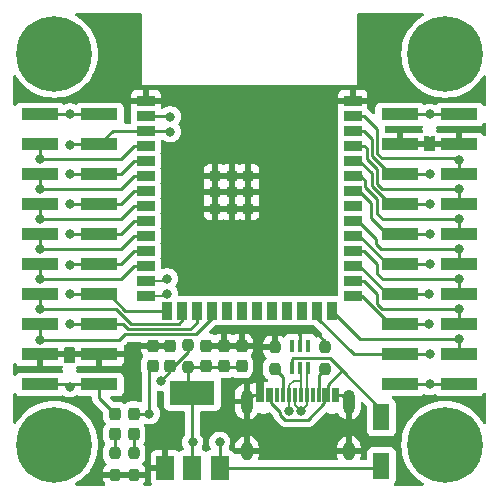
<source format=gbr>
%TF.GenerationSoftware,KiCad,Pcbnew,7.0.1*%
%TF.CreationDate,2023-09-07T21:54:10+09:00*%
%TF.ProjectId,CPU_ESP32S3WROOM,4350555f-4553-4503-9332-533357524f4f,rev?*%
%TF.SameCoordinates,Original*%
%TF.FileFunction,Copper,L1,Top*%
%TF.FilePolarity,Positive*%
%FSLAX46Y46*%
G04 Gerber Fmt 4.6, Leading zero omitted, Abs format (unit mm)*
G04 Created by KiCad (PCBNEW 7.0.1) date 2023-09-07 21:54:10*
%MOMM*%
%LPD*%
G01*
G04 APERTURE LIST*
G04 Aperture macros list*
%AMRoundRect*
0 Rectangle with rounded corners*
0 $1 Rounding radius*
0 $2 $3 $4 $5 $6 $7 $8 $9 X,Y pos of 4 corners*
0 Add a 4 corners polygon primitive as box body*
4,1,4,$2,$3,$4,$5,$6,$7,$8,$9,$2,$3,0*
0 Add four circle primitives for the rounded corners*
1,1,$1+$1,$2,$3*
1,1,$1+$1,$4,$5*
1,1,$1+$1,$6,$7*
1,1,$1+$1,$8,$9*
0 Add four rect primitives between the rounded corners*
20,1,$1+$1,$2,$3,$4,$5,0*
20,1,$1+$1,$4,$5,$6,$7,0*
20,1,$1+$1,$6,$7,$8,$9,0*
20,1,$1+$1,$8,$9,$2,$3,0*%
G04 Aperture macros list end*
%TA.AperFunction,SMDPad,CuDef*%
%ADD10RoundRect,0.237500X0.237500X-0.300000X0.237500X0.300000X-0.237500X0.300000X-0.237500X-0.300000X0*%
%TD*%
%TA.AperFunction,SMDPad,CuDef*%
%ADD11RoundRect,0.237500X0.237500X-0.250000X0.237500X0.250000X-0.237500X0.250000X-0.237500X-0.250000X0*%
%TD*%
%TA.AperFunction,SMDPad,CuDef*%
%ADD12R,0.300000X1.150000*%
%TD*%
%TA.AperFunction,ComponentPad*%
%ADD13O,1.000000X2.100000*%
%TD*%
%TA.AperFunction,ComponentPad*%
%ADD14O,1.000000X1.600000*%
%TD*%
%TA.AperFunction,SMDPad,CuDef*%
%ADD15R,3.150000X1.000000*%
%TD*%
%TA.AperFunction,SMDPad,CuDef*%
%ADD16R,0.400000X1.050000*%
%TD*%
%TA.AperFunction,SMDPad,CuDef*%
%ADD17R,1.500000X2.000000*%
%TD*%
%TA.AperFunction,SMDPad,CuDef*%
%ADD18R,3.800000X2.000000*%
%TD*%
%TA.AperFunction,SMDPad,CuDef*%
%ADD19R,1.450000X2.200000*%
%TD*%
%TA.AperFunction,ComponentPad*%
%ADD20C,0.800000*%
%TD*%
%TA.AperFunction,ComponentPad*%
%ADD21C,6.400000*%
%TD*%
%TA.AperFunction,SMDPad,CuDef*%
%ADD22RoundRect,0.237500X0.237500X-0.287500X0.237500X0.287500X-0.237500X0.287500X-0.237500X-0.287500X0*%
%TD*%
%TA.AperFunction,SMDPad,CuDef*%
%ADD23RoundRect,0.237500X-0.237500X0.250000X-0.237500X-0.250000X0.237500X-0.250000X0.237500X0.250000X0*%
%TD*%
%TA.AperFunction,SMDPad,CuDef*%
%ADD24R,1.500000X0.900000*%
%TD*%
%TA.AperFunction,SMDPad,CuDef*%
%ADD25R,0.900000X1.500000*%
%TD*%
%TA.AperFunction,SMDPad,CuDef*%
%ADD26R,0.900000X0.900000*%
%TD*%
%TA.AperFunction,ViaPad*%
%ADD27C,0.800000*%
%TD*%
%TA.AperFunction,Conductor*%
%ADD28C,0.200000*%
%TD*%
%TA.AperFunction,Conductor*%
%ADD29C,0.250000*%
%TD*%
G04 APERTURE END LIST*
D10*
%TO.P,C4,1*%
%TO.N,+5V*%
X136430000Y-107730000D03*
%TO.P,C4,2*%
%TO.N,GND*%
X136430000Y-106005000D03*
%TD*%
D11*
%TO.P,R2,1*%
%TO.N,Net-(J1-CC2)*%
X151040000Y-107960000D03*
%TO.P,R2,2*%
%TO.N,GND*%
X151040000Y-106135000D03*
%TD*%
D12*
%TO.P,J1,A1,GND*%
%TO.N,GND*%
X145380000Y-110165000D03*
%TO.P,J1,A4,VBUS*%
%TO.N,/VBUS*%
X146180000Y-110165000D03*
%TO.P,J1,A5,CC1*%
%TO.N,Net-(J1-CC1)*%
X147480000Y-110165000D03*
%TO.P,J1,A6,D+*%
%TO.N,/D_+*%
X148480000Y-110165000D03*
%TO.P,J1,A7,D-*%
%TO.N,/D_-*%
X148980000Y-110165000D03*
%TO.P,J1,A8,SBU1*%
%TO.N,unconnected-(J1-SBU1-PadA8)*%
X149980000Y-110165000D03*
%TO.P,J1,A9,VBUS*%
%TO.N,/VBUS*%
X151280000Y-110165000D03*
%TO.P,J1,A12,GND*%
%TO.N,GND*%
X152080000Y-110165000D03*
%TO.P,J1,B1,GND*%
X151780000Y-110165000D03*
%TO.P,J1,B4,VBUS*%
%TO.N,/VBUS*%
X150980000Y-110165000D03*
%TO.P,J1,B5,CC2*%
%TO.N,Net-(J1-CC2)*%
X150480000Y-110165000D03*
%TO.P,J1,B6,D+*%
%TO.N,/D_+*%
X149480000Y-110165000D03*
%TO.P,J1,B7,D-*%
%TO.N,/D_-*%
X147980000Y-110165000D03*
%TO.P,J1,B8,SBU2*%
%TO.N,unconnected-(J1-SBU2-PadB8)*%
X146980000Y-110165000D03*
%TO.P,J1,B9,VBUS*%
%TO.N,/VBUS*%
X146480000Y-110165000D03*
%TO.P,J1,B12,GND*%
%TO.N,GND*%
X145680000Y-110165000D03*
D13*
%TO.P,J1,S1,SHIELD*%
X144410000Y-110730000D03*
D14*
X144410000Y-114910000D03*
D13*
X153050000Y-110730000D03*
D14*
X153050000Y-114910000D03*
%TD*%
D15*
%TO.P,J5,1,Pin_1*%
%TO.N,+3V3*%
X157360000Y-86420000D03*
%TO.P,J5,2,Pin_2*%
X162410000Y-86420000D03*
%TO.P,J5,3,Pin_3*%
%TO.N,GND*%
X157360000Y-88960000D03*
%TO.P,J5,4,Pin_4*%
X162410000Y-88960000D03*
%TO.P,J5,5,Pin_5*%
%TO.N,/IO2*%
X157360000Y-91500000D03*
%TO.P,J5,6,Pin_6*%
%TO.N,/IO1*%
X162410000Y-91500000D03*
%TO.P,J5,7,Pin_7*%
%TO.N,/RXD0*%
X157360000Y-94040000D03*
%TO.P,J5,8,Pin_8*%
%TO.N,/TXD0*%
X162410000Y-94040000D03*
%TO.P,J5,9,Pin_9*%
%TO.N,/IO41*%
X157360000Y-96580000D03*
%TO.P,J5,10,Pin_10*%
%TO.N,/IO42*%
X162410000Y-96580000D03*
%TO.P,J5,11,Pin_11*%
%TO.N,/IO38*%
X157360000Y-99120000D03*
%TO.P,J5,12,Pin_12*%
%TO.N,/IO39*%
X162410000Y-99120000D03*
%TO.P,J5,13,Pin_13*%
%TO.N,/IO36*%
X157360000Y-101660000D03*
%TO.P,J5,14,Pin_14*%
%TO.N,/IO37*%
X162410000Y-101660000D03*
%TO.P,J5,15,Pin_15*%
%TO.N,/IO0*%
X157360000Y-104200000D03*
%TO.P,J5,16,Pin_16*%
%TO.N,/IO35*%
X162410000Y-104200000D03*
%TO.P,J5,17,Pin_17*%
%TO.N,/IO48*%
X157360000Y-106740000D03*
%TO.P,J5,18,Pin_18*%
%TO.N,/IO45*%
X162410000Y-106740000D03*
%TO.P,J5,19,Pin_19*%
%TO.N,+5V*%
X157360000Y-109280000D03*
%TO.P,J5,20,Pin_20*%
X162410000Y-109280000D03*
%TD*%
D16*
%TO.P,IC2,1,K_1*%
%TO.N,unconnected-(IC2-K_1-Pad1)*%
X149550000Y-106020000D03*
%TO.P,IC2,2,A*%
%TO.N,GND*%
X148900000Y-106020000D03*
%TO.P,IC2,3,K_2*%
%TO.N,unconnected-(IC2-K_2-Pad3)*%
X148250000Y-106020000D03*
%TO.P,IC2,4,K_3*%
%TO.N,/VBUS*%
X148250000Y-107920000D03*
%TO.P,IC2,5,K_4*%
%TO.N,/D_-*%
X148900000Y-107920000D03*
%TO.P,IC2,6,K_5*%
%TO.N,/D_+*%
X149550000Y-107920000D03*
%TD*%
D17*
%TO.P,U1,1,GND*%
%TO.N,GND*%
X137510000Y-116340000D03*
%TO.P,U1,2,VO*%
%TO.N,+3V3*%
X139810000Y-116340000D03*
D18*
X139810000Y-110040000D03*
D17*
%TO.P,U1,3,VI*%
%TO.N,+5V*%
X142110000Y-116340000D03*
%TD*%
D19*
%TO.P,D1,1*%
%TO.N,+5V*%
X155800000Y-116170000D03*
%TO.P,D1,2*%
%TO.N,/VBUS*%
X155800000Y-112070000D03*
%TD*%
D20*
%TO.P,H2,1*%
%TO.N,N/C*%
X158795000Y-114400000D03*
X159497944Y-112702944D03*
X159497944Y-116097056D03*
X161195000Y-112000000D03*
D21*
X161195000Y-114400000D03*
D20*
X161195000Y-116800000D03*
X162892056Y-112702944D03*
X162892056Y-116097056D03*
X163595000Y-114400000D03*
%TD*%
D10*
%TO.P,C3,1*%
%TO.N,+3V3*%
X142470000Y-107725000D03*
%TO.P,C3,2*%
%TO.N,GND*%
X142470000Y-106000000D03*
%TD*%
D20*
%TO.P,H4,1*%
%TO.N,N/C*%
X125695000Y-114400000D03*
X126397944Y-112702944D03*
X126397944Y-116097056D03*
X128095000Y-112000000D03*
D21*
X128095000Y-114400000D03*
D20*
X128095000Y-116800000D03*
X129792056Y-112702944D03*
X129792056Y-116097056D03*
X130495000Y-114400000D03*
%TD*%
%TO.P,H3,1*%
%TO.N,N/C*%
X125695000Y-81300000D03*
X126397944Y-79602944D03*
X126397944Y-82997056D03*
X128095000Y-78900000D03*
D21*
X128095000Y-81300000D03*
D20*
X128095000Y-83700000D03*
X129792056Y-79602944D03*
X129792056Y-82997056D03*
X130495000Y-81300000D03*
%TD*%
D22*
%TO.P,D3,1,K*%
%TO.N,Net-(D3-K)*%
X134850000Y-113500000D03*
%TO.P,D3,2,A*%
%TO.N,+5V*%
X134850000Y-111750000D03*
%TD*%
D23*
%TO.P,R4,1*%
%TO.N,Net-(D2-K)*%
X133230000Y-115110000D03*
%TO.P,R4,2*%
%TO.N,GND*%
X133230000Y-116935000D03*
%TD*%
%TO.P,R5,1*%
%TO.N,Net-(D3-K)*%
X134850000Y-115105000D03*
%TO.P,R5,2*%
%TO.N,GND*%
X134850000Y-116930000D03*
%TD*%
D10*
%TO.P,C2,1*%
%TO.N,+3V3*%
X140960000Y-107730000D03*
%TO.P,C2,2*%
%TO.N,GND*%
X140960000Y-106005000D03*
%TD*%
D20*
%TO.P,H1,1*%
%TO.N,N/C*%
X158795000Y-81300000D03*
X159497944Y-79602944D03*
X159497944Y-82997056D03*
X161195000Y-78900000D03*
D21*
X161195000Y-81300000D03*
D20*
X161195000Y-83700000D03*
X162892056Y-79602944D03*
X162892056Y-82997056D03*
X163595000Y-81300000D03*
%TD*%
D10*
%TO.P,C5,1*%
%TO.N,+3V3*%
X143980000Y-107730000D03*
%TO.P,C5,2*%
%TO.N,GND*%
X143980000Y-106005000D03*
%TD*%
D11*
%TO.P,R3,1*%
%TO.N,Net-(J1-CC1)*%
X146760000Y-107960000D03*
%TO.P,R3,2*%
%TO.N,GND*%
X146760000Y-106135000D03*
%TD*%
D22*
%TO.P,D2,1,K*%
%TO.N,Net-(D2-K)*%
X133230000Y-113502500D03*
%TO.P,D2,2,A*%
%TO.N,+3V3*%
X133230000Y-111752500D03*
%TD*%
D15*
%TO.P,J3,1,Pin_1*%
%TO.N,+5V*%
X126880000Y-86420000D03*
%TO.P,J3,2,Pin_2*%
X131930000Y-86420000D03*
%TO.P,J3,3,Pin_3*%
%TO.N,/IO4*%
X126880000Y-88960000D03*
%TO.P,J3,4,Pin_4*%
%TO.N,/EN*%
X131930000Y-88960000D03*
%TO.P,J3,5,Pin_5*%
%TO.N,/IO6*%
X126880000Y-91500000D03*
%TO.P,J3,6,Pin_6*%
%TO.N,/IO5*%
X131930000Y-91500000D03*
%TO.P,J3,7,Pin_7*%
%TO.N,/IO15*%
X126880000Y-94040000D03*
%TO.P,J3,8,Pin_8*%
%TO.N,/IO7*%
X131930000Y-94040000D03*
%TO.P,J3,9,Pin_9*%
%TO.N,/IO17*%
X126880000Y-96580000D03*
%TO.P,J3,10,Pin_10*%
%TO.N,/IO16*%
X131930000Y-96580000D03*
%TO.P,J3,11,Pin_11*%
%TO.N,/IO8*%
X126880000Y-99120000D03*
%TO.P,J3,12,Pin_12*%
%TO.N,/IO18*%
X131930000Y-99120000D03*
%TO.P,J3,13,Pin_13*%
%TO.N,/IO46*%
X126880000Y-101660000D03*
%TO.P,J3,14,Pin_14*%
%TO.N,/IO3*%
X131930000Y-101660000D03*
%TO.P,J3,15,Pin_15*%
%TO.N,/IO10*%
X126880000Y-104200000D03*
%TO.P,J3,16,Pin_16*%
%TO.N,/IO9*%
X131930000Y-104200000D03*
%TO.P,J3,17,Pin_17*%
%TO.N,GND*%
X126880000Y-106740000D03*
%TO.P,J3,18,Pin_18*%
X131930000Y-106740000D03*
%TO.P,J3,19,Pin_19*%
%TO.N,+3V3*%
X126880000Y-109280000D03*
%TO.P,J3,20,Pin_20*%
X131930000Y-109280000D03*
%TD*%
D24*
%TO.P,IC1,1,GND_1*%
%TO.N,GND*%
X135870000Y-85280000D03*
%TO.P,IC1,2,3V3*%
%TO.N,+3V3*%
X135870000Y-86550000D03*
%TO.P,IC1,3,EN*%
%TO.N,/EN*%
X135870000Y-87820000D03*
%TO.P,IC1,4,IO4*%
%TO.N,/IO4*%
X135870000Y-89090000D03*
%TO.P,IC1,5,IO5*%
%TO.N,/IO5*%
X135870000Y-90360000D03*
%TO.P,IC1,6,IO6*%
%TO.N,/IO6*%
X135870000Y-91630000D03*
%TO.P,IC1,7,IO7*%
%TO.N,/IO7*%
X135870000Y-92900000D03*
%TO.P,IC1,8,IO15*%
%TO.N,/IO15*%
X135870000Y-94170000D03*
%TO.P,IC1,9,IO16*%
%TO.N,/IO16*%
X135870000Y-95440000D03*
%TO.P,IC1,10,IO17*%
%TO.N,/IO17*%
X135870000Y-96710000D03*
%TO.P,IC1,11,IO18*%
%TO.N,/IO18*%
X135870000Y-97980000D03*
%TO.P,IC1,12,IO8*%
%TO.N,/IO8*%
X135870000Y-99250000D03*
%TO.P,IC1,13,IO19*%
%TO.N,/D_-*%
X135870000Y-100520000D03*
%TO.P,IC1,14,IO20*%
%TO.N,/D_+*%
X135870000Y-101790000D03*
D25*
%TO.P,IC1,15,IO3*%
%TO.N,/IO3*%
X137635000Y-103040000D03*
%TO.P,IC1,16,IO46*%
%TO.N,/IO46*%
X138905000Y-103040000D03*
%TO.P,IC1,17,IO9*%
%TO.N,/IO9*%
X140175000Y-103040000D03*
%TO.P,IC1,18,IO10*%
%TO.N,/IO10*%
X141445000Y-103040000D03*
%TO.P,IC1,19,IO11*%
%TO.N,unconnected-(IC1-IO11-Pad19)*%
X142715000Y-103040000D03*
%TO.P,IC1,20,IO12*%
%TO.N,unconnected-(IC1-IO12-Pad20)*%
X143985000Y-103040000D03*
%TO.P,IC1,21,IO13*%
%TO.N,unconnected-(IC1-IO13-Pad21)*%
X145255000Y-103040000D03*
%TO.P,IC1,22,IO14*%
%TO.N,unconnected-(IC1-IO14-Pad22)*%
X146525000Y-103040000D03*
%TO.P,IC1,23,IO21*%
%TO.N,unconnected-(IC1-IO21-Pad23)*%
X147795000Y-103040000D03*
%TO.P,IC1,24,IO47*%
%TO.N,unconnected-(IC1-IO47-Pad24)*%
X149065000Y-103040000D03*
%TO.P,IC1,25,IO48*%
%TO.N,/IO48*%
X150335000Y-103040000D03*
%TO.P,IC1,26,IO45*%
%TO.N,/IO45*%
X151605000Y-103040000D03*
D24*
%TO.P,IC1,27,IO0*%
%TO.N,/IO0*%
X153370000Y-101790000D03*
%TO.P,IC1,28,IO35*%
%TO.N,/IO35*%
X153370000Y-100520000D03*
%TO.P,IC1,29,IO36*%
%TO.N,/IO36*%
X153370000Y-99250000D03*
%TO.P,IC1,30,IO37*%
%TO.N,/IO37*%
X153370000Y-97980000D03*
%TO.P,IC1,31,IO38*%
%TO.N,/IO38*%
X153370000Y-96710000D03*
%TO.P,IC1,32,IO39*%
%TO.N,/IO39*%
X153370000Y-95440000D03*
%TO.P,IC1,33,IO40*%
%TO.N,/IO40*%
X153370000Y-94170000D03*
%TO.P,IC1,34,IO41*%
%TO.N,/IO41*%
X153370000Y-92900000D03*
%TO.P,IC1,35,IO42*%
%TO.N,/IO42*%
X153370000Y-91630000D03*
%TO.P,IC1,36,RXD0*%
%TO.N,/RXD0*%
X153370000Y-90360000D03*
%TO.P,IC1,37,TXD0*%
%TO.N,/TXD0*%
X153370000Y-89090000D03*
%TO.P,IC1,38,IO2*%
%TO.N,/IO2*%
X153370000Y-87820000D03*
%TO.P,IC1,39,IO1*%
%TO.N,/IO1*%
X153370000Y-86550000D03*
%TO.P,IC1,40,GND_2*%
%TO.N,GND*%
X153370000Y-85280000D03*
D26*
%TO.P,IC1,41,GND_3*%
X143120000Y-93000000D03*
%TO.P,IC1,42,GND_4*%
X143120000Y-91600000D03*
%TO.P,IC1,43,GND_5*%
X141720000Y-91600000D03*
%TO.P,IC1,44,GND_6*%
X141720000Y-93000000D03*
%TO.P,IC1,45,GND_7*%
X141720000Y-94400000D03*
%TO.P,IC1,46,GND_8*%
X143120000Y-94400000D03*
%TO.P,IC1,47,GND_9*%
X144520000Y-94400000D03*
%TO.P,IC1,48,GND_10*%
X144520000Y-93000000D03*
%TO.P,IC1,49,GND_11*%
X144520000Y-91600000D03*
%TD*%
D10*
%TO.P,C1,1*%
%TO.N,/EN*%
X137940000Y-107740000D03*
%TO.P,C1,2*%
%TO.N,GND*%
X137940000Y-106015000D03*
%TD*%
D11*
%TO.P,R1,1*%
%TO.N,+3V3*%
X139450000Y-107780000D03*
%TO.P,R1,2*%
%TO.N,/EN*%
X139450000Y-105955000D03*
%TD*%
D27*
%TO.N,GND*%
X151130000Y-85344000D03*
X137668000Y-113284000D03*
%TO.N,+5V*%
X136144000Y-111760000D03*
%TO.N,/EN*%
X137160000Y-108966000D03*
X137922000Y-87884000D03*
%TO.N,/D_+*%
X137668000Y-101600000D03*
%TO.N,/D_-*%
X137668000Y-100330000D03*
%TO.N,+3V3*%
X137922000Y-86614000D03*
%TO.N,/D_+*%
X148979503Y-111530000D03*
%TO.N,/D_-*%
X147980000Y-111530000D03*
%TO.N,GND*%
X159880000Y-88960000D03*
%TO.N,+3V3*%
X159880000Y-86420000D03*
%TO.N,/IO1*%
X162400000Y-90250000D03*
%TO.N,/TXD0*%
X162400000Y-92760000D03*
%TO.N,/IO42*%
X162410000Y-95310000D03*
%TO.N,/IO39*%
X162410000Y-97830000D03*
%TO.N,/IO37*%
X162410000Y-100390000D03*
%TO.N,/IO35*%
X162410000Y-102920000D03*
%TO.N,/IO45*%
X162410000Y-105470000D03*
%TO.N,+5V*%
X159890000Y-109280000D03*
%TO.N,/IO48*%
X159880000Y-106730000D03*
%TO.N,/IO0*%
X159870000Y-104200000D03*
%TO.N,/IO36*%
X159870000Y-101660000D03*
%TO.N,/IO38*%
X159880000Y-99120000D03*
%TO.N,/IO41*%
X159890000Y-96580000D03*
%TO.N,/RXD0*%
X159890000Y-94040000D03*
%TO.N,/IO2*%
X159890000Y-91500000D03*
%TO.N,+3V3*%
X139827000Y-114173000D03*
X129413000Y-109474000D03*
%TO.N,GND*%
X129413000Y-106680000D03*
%TO.N,+5V*%
X142113000Y-114173000D03*
X129413000Y-86360000D03*
%TO.N,/IO6*%
X126898400Y-92760800D03*
%TO.N,/IO7*%
X129413000Y-93980000D03*
%TO.N,/IO8*%
X126898400Y-100380800D03*
%TO.N,/IO3*%
X129413000Y-101600000D03*
%TO.N,/IO46*%
X126898400Y-102920800D03*
%TO.N,/IO9*%
X129413000Y-104140000D03*
%TO.N,/IO10*%
X126898400Y-105511600D03*
%TO.N,/EN*%
X129413000Y-89027000D03*
%TO.N,/IO18*%
X129413000Y-99187000D03*
%TO.N,/IO17*%
X126898400Y-97840800D03*
%TO.N,/IO5*%
X129413000Y-91440000D03*
%TO.N,/IO4*%
X126898400Y-90220800D03*
%TO.N,/IO16*%
X129413000Y-96520000D03*
%TO.N,/IO15*%
X126898400Y-95300800D03*
%TD*%
D28*
%TO.N,/D_-*%
X148370000Y-108950000D02*
X148980000Y-108950000D01*
X147980000Y-109340000D02*
X148370000Y-108950000D01*
X147980000Y-110165000D02*
X147980000Y-109340000D01*
X148980000Y-108950000D02*
X148980000Y-108000000D01*
X148980000Y-110165000D02*
X148980000Y-108950000D01*
D29*
%TO.N,GND*%
X136440000Y-106015000D02*
X136430000Y-106005000D01*
X137940000Y-106015000D02*
X136440000Y-106015000D01*
%TO.N,/IO10*%
X133604000Y-105511600D02*
X126898400Y-105511600D01*
X134075600Y-105040000D02*
X133604000Y-105511600D01*
X140070000Y-105040000D02*
X134075600Y-105040000D01*
X141445000Y-103665000D02*
X140070000Y-105040000D01*
X141445000Y-103040000D02*
X141445000Y-103665000D01*
%TO.N,/IO9*%
X140175000Y-104040000D02*
X140175000Y-103040000D01*
X139625000Y-104590000D02*
X140175000Y-104040000D01*
X134315200Y-104590000D02*
X139625000Y-104590000D01*
%TO.N,GND*%
X145542000Y-109474000D02*
X145542000Y-109220000D01*
X145680000Y-109612000D02*
X145542000Y-109474000D01*
X145680000Y-110165000D02*
X145680000Y-109612000D01*
X145380000Y-108804000D02*
X145680000Y-109104000D01*
X145680000Y-109104000D02*
X145680000Y-110165000D01*
X145380000Y-110165000D02*
X145380000Y-108804000D01*
X144410000Y-114910000D02*
X153050000Y-114910000D01*
X144410000Y-114910000D02*
X144410000Y-110730000D01*
X153050000Y-110730000D02*
X153050000Y-114910000D01*
X151194000Y-85280000D02*
X151130000Y-85344000D01*
X153370000Y-85280000D02*
X151194000Y-85280000D01*
%TO.N,+3V3*%
X126880000Y-109280000D02*
X129219000Y-109280000D01*
X129219000Y-109280000D02*
X129413000Y-109474000D01*
X139810000Y-114156000D02*
X139810000Y-110040000D01*
X139827000Y-114173000D02*
X139810000Y-114156000D01*
%TO.N,+5V*%
X136144000Y-108016000D02*
X136144000Y-111760000D01*
X136430000Y-107730000D02*
X136144000Y-108016000D01*
X136134000Y-111750000D02*
X136144000Y-111760000D01*
X134850000Y-111750000D02*
X136134000Y-111750000D01*
%TO.N,/EN*%
X137940000Y-108186000D02*
X137160000Y-108966000D01*
X137940000Y-107740000D02*
X137940000Y-108186000D01*
X137858000Y-87820000D02*
X137922000Y-87884000D01*
X135870000Y-87820000D02*
X137858000Y-87820000D01*
%TO.N,+5V*%
X159890000Y-109280000D02*
X162410000Y-109280000D01*
D28*
%TO.N,/D_+*%
X137478000Y-101790000D02*
X137668000Y-101600000D01*
X135870000Y-101790000D02*
X137478000Y-101790000D01*
%TO.N,/D_-*%
X137478000Y-100520000D02*
X137668000Y-100330000D01*
X135870000Y-100520000D02*
X137478000Y-100520000D01*
D29*
%TO.N,+3V3*%
X137858000Y-86550000D02*
X137922000Y-86614000D01*
X135870000Y-86550000D02*
X137858000Y-86550000D01*
%TO.N,/VBUS*%
X149605051Y-112255000D02*
X150980000Y-110880051D01*
X147679695Y-112255000D02*
X149605051Y-112255000D01*
X147255000Y-111830305D02*
X147679695Y-112255000D01*
X147255000Y-111655051D02*
X147255000Y-111830305D01*
X146480000Y-110880051D02*
X147255000Y-111655051D01*
X146480000Y-110165000D02*
X146480000Y-110880051D01*
X150980000Y-110880051D02*
X150980000Y-110165000D01*
D28*
%TO.N,/D_+*%
X149480000Y-111029503D02*
X149480000Y-110165000D01*
X148979503Y-111530000D02*
X149480000Y-111029503D01*
X148480000Y-111030497D02*
X148979503Y-111530000D01*
X148480000Y-110165000D02*
X148480000Y-111030497D01*
%TO.N,/D_-*%
X147980000Y-110165000D02*
X147980000Y-111530000D01*
D29*
%TO.N,GND*%
X144975000Y-110165000D02*
X144410000Y-110730000D01*
X145680000Y-110165000D02*
X144975000Y-110165000D01*
X152485000Y-110165000D02*
X153050000Y-110730000D01*
X152080000Y-110165000D02*
X152485000Y-110165000D01*
%TO.N,/VBUS*%
X151280000Y-109290000D02*
X152470000Y-108100000D01*
X151280000Y-110165000D02*
X151280000Y-109290000D01*
X152470000Y-108100000D02*
X155800000Y-111430000D01*
X151430000Y-107060000D02*
X152470000Y-108100000D01*
X148335000Y-107060000D02*
X151430000Y-107060000D01*
X148250000Y-107145000D02*
X148335000Y-107060000D01*
X148250000Y-107920000D02*
X148250000Y-107145000D01*
X155800000Y-111430000D02*
X155800000Y-112070000D01*
%TO.N,GND*%
X150130000Y-104720000D02*
X148900000Y-104720000D01*
X151040000Y-105630000D02*
X150130000Y-104720000D01*
X151040000Y-106135000D02*
X151040000Y-105630000D01*
X148900000Y-106020000D02*
X148900000Y-104720000D01*
%TO.N,Net-(J1-CC2)*%
X150480000Y-108520000D02*
X150480000Y-110165000D01*
X151040000Y-107960000D02*
X150480000Y-108520000D01*
%TO.N,Net-(J1-CC1)*%
X147480000Y-110165000D02*
X147480000Y-108680000D01*
X147480000Y-108680000D02*
X146760000Y-107960000D01*
D28*
%TO.N,/D_-*%
X148980000Y-108000000D02*
X148900000Y-107920000D01*
%TO.N,/D_+*%
X149480000Y-107990000D02*
X149550000Y-107920000D01*
X149480000Y-110165000D02*
X149480000Y-107990000D01*
D29*
%TO.N,GND*%
X162410000Y-88960000D02*
X159880000Y-88960000D01*
X157360000Y-88960000D02*
X159880000Y-88960000D01*
%TO.N,/IO35*%
X155895000Y-102920000D02*
X162410000Y-102920000D01*
X155460000Y-102485000D02*
X155895000Y-102920000D01*
X155460000Y-101610000D02*
X155460000Y-102485000D01*
X153370000Y-100520000D02*
X154370000Y-100520000D01*
X154370000Y-100520000D02*
X155460000Y-101610000D01*
%TO.N,/IO0*%
X156538604Y-104200000D02*
X157360000Y-104200000D01*
X154128604Y-101790000D02*
X156538604Y-104200000D01*
X153370000Y-101790000D02*
X154128604Y-101790000D01*
%TO.N,/IO48*%
X153455000Y-106740000D02*
X150335000Y-103620000D01*
X150335000Y-103620000D02*
X150335000Y-103040000D01*
X157360000Y-106740000D02*
X153455000Y-106740000D01*
%TO.N,/IO45*%
X154035000Y-105470000D02*
X162410000Y-105470000D01*
X151605000Y-103040000D02*
X154035000Y-105470000D01*
%TO.N,/IO36*%
X156360000Y-101660000D02*
X157360000Y-101660000D01*
X153370000Y-99250000D02*
X153950000Y-99250000D01*
X153950000Y-99250000D02*
X156360000Y-101660000D01*
%TO.N,/IO37*%
X155460000Y-99920000D02*
X155930000Y-100390000D01*
X155930000Y-100390000D02*
X162410000Y-100390000D01*
X154370000Y-97980000D02*
X155460000Y-99070000D01*
X155460000Y-99070000D02*
X155460000Y-99920000D01*
X153370000Y-97980000D02*
X154370000Y-97980000D01*
%TO.N,/IO38*%
X156360000Y-99120000D02*
X157360000Y-99120000D01*
X153950000Y-96710000D02*
X156360000Y-99120000D01*
X153370000Y-96710000D02*
X153950000Y-96710000D01*
%TO.N,/IO39*%
X153825000Y-95440000D02*
X155370000Y-96985000D01*
X153370000Y-95440000D02*
X153825000Y-95440000D01*
X155370000Y-96985000D02*
X155370000Y-97430000D01*
X155370000Y-97430000D02*
X155770000Y-97830000D01*
X155770000Y-97830000D02*
X162410000Y-97830000D01*
%TO.N,/IO42*%
X154055000Y-91630000D02*
X154445000Y-92020000D01*
X153370000Y-91630000D02*
X154055000Y-91630000D01*
X154445000Y-92020000D02*
X154445000Y-92582792D01*
%TO.N,/IO41*%
X154960000Y-93910000D02*
X154960000Y-95230000D01*
X153950000Y-92900000D02*
X154960000Y-93910000D01*
X154960000Y-95230000D02*
X156310000Y-96580000D01*
X153370000Y-92900000D02*
X153950000Y-92900000D01*
X156310000Y-96580000D02*
X157360000Y-96580000D01*
%TO.N,/IO42*%
X154445000Y-92582792D02*
X155410000Y-93547792D01*
X155410000Y-93547792D02*
X155410000Y-94815000D01*
X155410000Y-94815000D02*
X155905000Y-95310000D01*
X155905000Y-95310000D02*
X162410000Y-95310000D01*
%TO.N,/IO1*%
X155460000Y-89785000D02*
X155460000Y-87640000D01*
X154370000Y-86550000D02*
X153370000Y-86550000D01*
X155825000Y-90150000D02*
X155460000Y-89785000D01*
X155460000Y-87640000D02*
X154370000Y-86550000D01*
X162300000Y-90150000D02*
X155825000Y-90150000D01*
X162400000Y-90250000D02*
X162300000Y-90150000D01*
%TO.N,/RXD0*%
X156538604Y-94040000D02*
X157360000Y-94040000D01*
X154970000Y-92471396D02*
X156538604Y-94040000D01*
X154970000Y-91380000D02*
X154970000Y-92471396D01*
X153950000Y-90360000D02*
X154970000Y-91380000D01*
X153370000Y-90360000D02*
X153950000Y-90360000D01*
%TO.N,/TXD0*%
X155895000Y-92760000D02*
X162400000Y-92760000D01*
X155420000Y-92285000D02*
X155895000Y-92760000D01*
X155420000Y-91020000D02*
X155420000Y-92285000D01*
X154590000Y-90190000D02*
X155420000Y-91020000D01*
X154560000Y-90190000D02*
X154590000Y-90190000D01*
X154560000Y-89280000D02*
X154560000Y-90190000D01*
X154370000Y-89090000D02*
X154560000Y-89280000D01*
X153370000Y-89090000D02*
X154370000Y-89090000D01*
%TO.N,/IO2*%
X154370000Y-87820000D02*
X155010000Y-88460000D01*
X155010000Y-88460000D02*
X155010000Y-89971396D01*
X153370000Y-87820000D02*
X154370000Y-87820000D01*
X155010000Y-89971396D02*
X156538604Y-91500000D01*
X156538604Y-91500000D02*
X157360000Y-91500000D01*
%TO.N,+3V3*%
X159880000Y-86420000D02*
X162410000Y-86420000D01*
X157360000Y-86420000D02*
X159880000Y-86420000D01*
%TO.N,/IO1*%
X162410000Y-90260000D02*
X162400000Y-90250000D01*
X162410000Y-91500000D02*
X162410000Y-90260000D01*
%TO.N,/TXD0*%
X162410000Y-92770000D02*
X162400000Y-92760000D01*
X162410000Y-94040000D02*
X162410000Y-92770000D01*
%TO.N,/IO42*%
X162410000Y-96580000D02*
X162410000Y-95310000D01*
%TO.N,/IO39*%
X162410000Y-99120000D02*
X162410000Y-97830000D01*
%TO.N,/IO37*%
X162410000Y-101660000D02*
X162410000Y-100390000D01*
%TO.N,/IO35*%
X162410000Y-104200000D02*
X162410000Y-102920000D01*
%TO.N,/IO45*%
X162410000Y-106740000D02*
X162410000Y-105470000D01*
%TO.N,+5V*%
X157360000Y-109280000D02*
X159890000Y-109280000D01*
%TO.N,/IO48*%
X159870000Y-106740000D02*
X159880000Y-106730000D01*
X157360000Y-106740000D02*
X159870000Y-106740000D01*
%TO.N,/IO0*%
X157360000Y-104200000D02*
X159870000Y-104200000D01*
%TO.N,/IO36*%
X157360000Y-101660000D02*
X159870000Y-101660000D01*
%TO.N,/IO38*%
X157360000Y-99120000D02*
X159880000Y-99120000D01*
%TO.N,/IO41*%
X157360000Y-96580000D02*
X159890000Y-96580000D01*
%TO.N,/RXD0*%
X157360000Y-94040000D02*
X159890000Y-94040000D01*
%TO.N,/IO2*%
X157360000Y-91500000D02*
X159890000Y-91500000D01*
%TO.N,+3V3*%
X143930000Y-107780000D02*
X143980000Y-107730000D01*
X131930000Y-109280000D02*
X129607000Y-109280000D01*
X139810000Y-116340000D02*
X139810000Y-114190000D01*
X139810000Y-114190000D02*
X139827000Y-114173000D01*
X133230000Y-111752500D02*
X131930000Y-110452500D01*
X131930000Y-110452500D02*
X131930000Y-109280000D01*
X139450000Y-107780000D02*
X139450000Y-109680000D01*
X139450000Y-107780000D02*
X143930000Y-107780000D01*
X129607000Y-109280000D02*
X129413000Y-109474000D01*
X139450000Y-109680000D02*
X139810000Y-110040000D01*
%TO.N,GND*%
X131930000Y-106740000D02*
X129473000Y-106740000D01*
X129473000Y-106740000D02*
X129413000Y-106680000D01*
%TO.N,+5V*%
X129353000Y-86420000D02*
X126880000Y-86420000D01*
X131930000Y-86420000D02*
X129473000Y-86420000D01*
X142110000Y-116340000D02*
X155630000Y-116340000D01*
X155630000Y-116340000D02*
X155800000Y-116170000D01*
X142110000Y-116340000D02*
X142110000Y-114176000D01*
X129413000Y-86360000D02*
X129353000Y-86420000D01*
X129473000Y-86420000D02*
X129413000Y-86360000D01*
X142110000Y-114176000D02*
X142113000Y-114173000D01*
%TO.N,Net-(D2-K)*%
X133230000Y-113502500D02*
X133230000Y-115110000D01*
%TO.N,Net-(D3-K)*%
X134850000Y-113500000D02*
X134850000Y-115105000D01*
%TO.N,/IO6*%
X126880000Y-92742400D02*
X126898400Y-92760800D01*
X126880000Y-91500000D02*
X126880000Y-92742400D01*
X126898400Y-92760800D02*
X133739200Y-92760800D01*
X133739200Y-92760800D02*
X134870000Y-91630000D01*
X134870000Y-91630000D02*
X135870000Y-91630000D01*
%TO.N,/IO7*%
X131930000Y-94040000D02*
X133755000Y-94040000D01*
X129473000Y-94040000D02*
X129413000Y-93980000D01*
X131930000Y-94040000D02*
X129473000Y-94040000D01*
X134895000Y-92900000D02*
X135870000Y-92900000D01*
X133755000Y-94040000D02*
X134895000Y-92900000D01*
%TO.N,/IO8*%
X126880000Y-100362400D02*
X126898400Y-100380800D01*
X134870000Y-99250000D02*
X135870000Y-99250000D01*
X133739200Y-100380800D02*
X134870000Y-99250000D01*
X126898400Y-100380800D02*
X133739200Y-100380800D01*
X126880000Y-99120000D02*
X126880000Y-100362400D01*
%TO.N,/IO3*%
X134131396Y-103040000D02*
X132751396Y-101660000D01*
X137635000Y-103040000D02*
X134131396Y-103040000D01*
X129473000Y-101660000D02*
X129413000Y-101600000D01*
X131930000Y-101660000D02*
X129473000Y-101660000D01*
X132751396Y-101660000D02*
X131930000Y-101660000D01*
%TO.N,/IO46*%
X138905000Y-103868200D02*
X138633200Y-104140000D01*
X126880000Y-102902400D02*
X126898400Y-102920800D01*
X126880000Y-101660000D02*
X126880000Y-102902400D01*
X134595000Y-104140000D02*
X133375800Y-102920800D01*
X138905000Y-103040000D02*
X138905000Y-103868200D01*
X138633200Y-104140000D02*
X134595000Y-104140000D01*
X133375800Y-102920800D02*
X126898400Y-102920800D01*
%TO.N,/IO9*%
X133925200Y-104200000D02*
X134315200Y-104590000D01*
X131930000Y-104200000D02*
X133925200Y-104200000D01*
X129473000Y-104200000D02*
X129413000Y-104140000D01*
X131930000Y-104200000D02*
X129473000Y-104200000D01*
%TO.N,/IO10*%
X126880000Y-104200000D02*
X126880000Y-105493200D01*
X126880000Y-105493200D02*
X126898400Y-105511600D01*
%TO.N,/EN*%
X137940000Y-107740000D02*
X138207005Y-107740000D01*
X129480000Y-88960000D02*
X129413000Y-89027000D01*
X135870000Y-87820000D02*
X133070000Y-87820000D01*
X139450000Y-106497005D02*
X139450000Y-105955000D01*
X133070000Y-87820000D02*
X131930000Y-88960000D01*
X138207005Y-107740000D02*
X139450000Y-106497005D01*
X131930000Y-88960000D02*
X129480000Y-88960000D01*
%TO.N,/IO18*%
X131930000Y-99120000D02*
X133755000Y-99120000D01*
X134895000Y-97980000D02*
X135870000Y-97980000D01*
X133755000Y-99120000D02*
X134895000Y-97980000D01*
X131930000Y-99120000D02*
X129480000Y-99120000D01*
X129480000Y-99120000D02*
X129413000Y-99187000D01*
%TO.N,/IO17*%
X126898400Y-97840800D02*
X133739200Y-97840800D01*
X134870000Y-96710000D02*
X135870000Y-96710000D01*
X126880000Y-97822400D02*
X126898400Y-97840800D01*
X133739200Y-97840800D02*
X134870000Y-96710000D01*
X126880000Y-96580000D02*
X126880000Y-97822400D01*
%TO.N,/IO5*%
X133755000Y-91500000D02*
X134895000Y-90360000D01*
X134895000Y-90360000D02*
X135870000Y-90360000D01*
X129473000Y-91500000D02*
X129413000Y-91440000D01*
X131930000Y-91500000D02*
X129473000Y-91500000D01*
X131930000Y-91500000D02*
X133755000Y-91500000D01*
%TO.N,/IO4*%
X126880000Y-90202400D02*
X126898400Y-90220800D01*
X134870000Y-89090000D02*
X135870000Y-89090000D01*
X126898400Y-90220800D02*
X133739200Y-90220800D01*
X133739200Y-90220800D02*
X134870000Y-89090000D01*
X126880000Y-88960000D02*
X126880000Y-90202400D01*
%TO.N,/IO16*%
X129473000Y-96580000D02*
X129413000Y-96520000D01*
X131930000Y-96580000D02*
X133755000Y-96580000D01*
X134895000Y-95440000D02*
X135870000Y-95440000D01*
X133755000Y-96580000D02*
X134895000Y-95440000D01*
X131930000Y-96580000D02*
X129473000Y-96580000D01*
%TO.N,/IO15*%
X126880000Y-94040000D02*
X126880000Y-95282400D01*
X126898400Y-95300800D02*
X133739200Y-95300800D01*
X126880000Y-95282400D02*
X126898400Y-95300800D01*
X134870000Y-94170000D02*
X135870000Y-94170000D01*
X133739200Y-95300800D02*
X134870000Y-94170000D01*
%TD*%
%TA.AperFunction,Conductor*%
%TO.N,GND*%
G36*
X149743332Y-104271340D02*
G01*
X149777517Y-104284091D01*
X149837127Y-104290500D01*
X150069546Y-104290499D01*
X150117000Y-104299938D01*
X150157228Y-104326818D01*
X150772577Y-104942167D01*
X150805858Y-105002569D01*
X150801723Y-105071410D01*
X150761451Y-105127394D01*
X150697499Y-105153206D01*
X150652349Y-105157818D01*
X150488698Y-105212046D01*
X150362598Y-105289826D01*
X150304820Y-105308071D01*
X150245295Y-105296761D01*
X150198234Y-105258598D01*
X150168846Y-105219341D01*
X150107546Y-105137454D01*
X149992331Y-105051204D01*
X149857483Y-105000909D01*
X149797873Y-104994500D01*
X149797869Y-104994500D01*
X149302131Y-104994500D01*
X149265661Y-104998421D01*
X149242517Y-105000909D01*
X149242515Y-105000909D01*
X149235908Y-105001620D01*
X149209399Y-105001620D01*
X149147823Y-104995000D01*
X149100000Y-104995000D01*
X149099961Y-104995038D01*
X149086884Y-105050379D01*
X149050311Y-105094142D01*
X148978182Y-105148138D01*
X148977185Y-105146806D01*
X148955499Y-105164928D01*
X148900000Y-105178041D01*
X148844501Y-105164928D01*
X148822814Y-105146806D01*
X148821818Y-105148138D01*
X148749689Y-105094142D01*
X148713116Y-105050379D01*
X148700038Y-104995038D01*
X148700000Y-104995000D01*
X148652174Y-104995000D01*
X148590599Y-105001619D01*
X148564092Y-105001619D01*
X148521799Y-104997072D01*
X148497873Y-104994500D01*
X148497870Y-104994500D01*
X148002130Y-104994500D01*
X147942515Y-105000909D01*
X147807669Y-105051204D01*
X147692451Y-105137455D01*
X147601764Y-105258598D01*
X147554704Y-105296762D01*
X147495179Y-105308071D01*
X147437401Y-105289826D01*
X147311301Y-105212046D01*
X147147651Y-105157818D01*
X147046647Y-105147500D01*
X147010000Y-105147500D01*
X147010000Y-106261000D01*
X146993387Y-106323000D01*
X146948000Y-106368387D01*
X146886000Y-106385000D01*
X145785001Y-106385000D01*
X145785001Y-106434147D01*
X145795318Y-106535150D01*
X145849546Y-106698801D01*
X145940056Y-106845540D01*
X146053981Y-106959465D01*
X146086075Y-107015052D01*
X146086075Y-107079239D01*
X146053982Y-107134827D01*
X145939660Y-107249149D01*
X145849091Y-107395984D01*
X145794825Y-107559746D01*
X145784500Y-107660823D01*
X145784500Y-108259176D01*
X145794825Y-108360252D01*
X145849091Y-108524015D01*
X145939661Y-108670852D01*
X146061647Y-108792838D01*
X146061649Y-108792839D01*
X146061650Y-108792840D01*
X146170471Y-108859961D01*
X146214174Y-108906015D01*
X146229355Y-108967663D01*
X146212033Y-109028745D01*
X146166749Y-109073246D01*
X146105375Y-109089500D01*
X145982126Y-109089500D01*
X145940904Y-109093931D01*
X145914403Y-109093931D01*
X145877829Y-109090000D01*
X145830000Y-109090000D01*
X145818379Y-109101620D01*
X145816884Y-109107949D01*
X145780311Y-109151712D01*
X145672454Y-109232453D01*
X145586204Y-109347668D01*
X145586203Y-109347669D01*
X145586204Y-109347669D01*
X145535909Y-109482517D01*
X145529500Y-109542127D01*
X145529500Y-109542133D01*
X145529500Y-110191000D01*
X145512887Y-110253000D01*
X145467500Y-110298387D01*
X145405500Y-110315000D01*
X145354000Y-110315000D01*
X145292000Y-110298387D01*
X145246613Y-110253000D01*
X145230000Y-110191000D01*
X145230000Y-109090000D01*
X145182176Y-109090000D01*
X145122624Y-109096402D01*
X144987908Y-109146648D01*
X144884849Y-109223798D01*
X144822090Y-109247992D01*
X144771771Y-109238764D01*
X144771303Y-109240572D01*
X144660000Y-109211753D01*
X144660000Y-112253366D01*
X144661948Y-112253067D01*
X144852663Y-112182435D01*
X145025263Y-112074854D01*
X145172669Y-111934733D01*
X145288856Y-111767804D01*
X145301922Y-111737357D01*
X145335003Y-111692256D01*
X145384538Y-111666280D01*
X145440449Y-111664716D01*
X145491358Y-111687879D01*
X145549767Y-111732698D01*
X145689763Y-111790686D01*
X145689764Y-111790687D01*
X145802279Y-111805500D01*
X145802280Y-111805500D01*
X145877720Y-111805500D01*
X145877721Y-111805500D01*
X145933977Y-111798093D01*
X145990236Y-111790687D01*
X146130233Y-111732698D01*
X146223792Y-111660906D01*
X146277746Y-111637166D01*
X146336566Y-111641021D01*
X146386960Y-111671601D01*
X146604864Y-111889505D01*
X146636259Y-111942591D01*
X146637879Y-111948167D01*
X146641825Y-111967221D01*
X146644335Y-111987097D01*
X146660414Y-112027709D01*
X146664197Y-112038756D01*
X146676382Y-112080696D01*
X146686580Y-112097940D01*
X146695136Y-112115405D01*
X146702514Y-112134037D01*
X146702515Y-112134038D01*
X146728180Y-112169364D01*
X146734593Y-112179127D01*
X146756826Y-112216721D01*
X146756829Y-112216724D01*
X146756830Y-112216725D01*
X146770995Y-112230890D01*
X146783627Y-112245680D01*
X146795406Y-112261892D01*
X146829058Y-112289731D01*
X146837699Y-112297594D01*
X147178889Y-112638784D01*
X147191789Y-112654886D01*
X147242918Y-112702900D01*
X147245715Y-112705611D01*
X147265224Y-112725120D01*
X147268406Y-112727588D01*
X147277266Y-112735155D01*
X147297490Y-112754147D01*
X147309113Y-112765062D01*
X147326665Y-112774711D01*
X147342933Y-112785397D01*
X147358759Y-112797673D01*
X147398841Y-112815017D01*
X147409328Y-112820155D01*
X147447602Y-112841197D01*
X147456105Y-112843379D01*
X147467003Y-112846178D01*
X147485408Y-112852478D01*
X147503799Y-112860437D01*
X147546945Y-112867270D01*
X147558363Y-112869635D01*
X147600676Y-112880500D01*
X147620711Y-112880500D01*
X147640110Y-112882027D01*
X147659891Y-112885160D01*
X147703369Y-112881050D01*
X147715039Y-112880500D01*
X149522307Y-112880500D01*
X149542813Y-112882764D01*
X149545716Y-112882672D01*
X149545718Y-112882673D01*
X149612923Y-112880561D01*
X149616819Y-112880500D01*
X149644400Y-112880500D01*
X149644401Y-112880500D01*
X149648370Y-112879998D01*
X149660016Y-112879080D01*
X149703678Y-112877709D01*
X149722910Y-112872120D01*
X149741969Y-112868174D01*
X149749150Y-112867267D01*
X149761843Y-112865664D01*
X149802458Y-112849582D01*
X149813495Y-112845803D01*
X149855441Y-112833618D01*
X149872680Y-112823422D01*
X149890153Y-112814862D01*
X149908783Y-112807486D01*
X149944115Y-112781814D01*
X149953881Y-112775400D01*
X149991469Y-112753171D01*
X149991468Y-112753171D01*
X149991471Y-112753170D01*
X150005636Y-112739004D01*
X150020424Y-112726373D01*
X150036638Y-112714594D01*
X150064489Y-112680926D01*
X150072330Y-112672309D01*
X151073040Y-111671599D01*
X151123431Y-111641021D01*
X151182251Y-111637166D01*
X151236205Y-111660906D01*
X151312449Y-111719409D01*
X151329767Y-111732698D01*
X151469763Y-111790686D01*
X151469764Y-111790687D01*
X151582279Y-111805500D01*
X151582280Y-111805500D01*
X151657720Y-111805500D01*
X151657721Y-111805500D01*
X151713977Y-111798093D01*
X151770236Y-111790687D01*
X151910233Y-111732698D01*
X151969580Y-111687158D01*
X152017416Y-111664658D01*
X152070281Y-111664127D01*
X152118562Y-111685666D01*
X152153483Y-111725359D01*
X152225003Y-111854214D01*
X152357479Y-112008531D01*
X152518307Y-112133021D01*
X152700905Y-112222589D01*
X152799999Y-112248246D01*
X152800000Y-112248247D01*
X152800000Y-110604000D01*
X152816613Y-110542000D01*
X152862000Y-110496613D01*
X152924000Y-110480000D01*
X153176000Y-110480000D01*
X153238000Y-110496613D01*
X153283387Y-110542000D01*
X153300000Y-110604000D01*
X153300000Y-112253366D01*
X153301948Y-112253067D01*
X153492663Y-112182435D01*
X153665263Y-112074854D01*
X153812669Y-111934733D01*
X153928855Y-111767805D01*
X154009059Y-111580907D01*
X154050000Y-111381689D01*
X154050000Y-110863952D01*
X154063515Y-110807657D01*
X154101115Y-110763634D01*
X154154602Y-110741479D01*
X154212318Y-110746021D01*
X154261681Y-110776271D01*
X154538181Y-111052771D01*
X154565061Y-111092999D01*
X154574500Y-111140452D01*
X154574500Y-113217869D01*
X154580373Y-113272500D01*
X154580909Y-113277483D01*
X154631204Y-113412331D01*
X154717454Y-113527546D01*
X154832669Y-113613796D01*
X154967517Y-113664091D01*
X155027127Y-113670500D01*
X156572872Y-113670499D01*
X156632483Y-113664091D01*
X156767331Y-113613796D01*
X156882546Y-113527546D01*
X156968796Y-113412331D01*
X157019091Y-113277483D01*
X157025500Y-113217873D01*
X157025499Y-110922128D01*
X157019091Y-110862517D01*
X156968796Y-110727669D01*
X156882546Y-110612454D01*
X156767331Y-110526204D01*
X156767329Y-110526203D01*
X156752521Y-110520680D01*
X156697660Y-110480218D01*
X156672476Y-110416872D01*
X156684580Y-110349787D01*
X156730314Y-110299237D01*
X156795854Y-110280499D01*
X158982872Y-110280499D01*
X159042483Y-110274091D01*
X159177331Y-110223796D01*
X159292546Y-110137546D01*
X159310631Y-110113386D01*
X159352726Y-110077664D01*
X159406159Y-110063754D01*
X159460331Y-110074418D01*
X159602114Y-110137545D01*
X159610197Y-110141144D01*
X159795352Y-110180500D01*
X159795354Y-110180500D01*
X159984646Y-110180500D01*
X159984648Y-110180500D01*
X160157641Y-110143729D01*
X160169803Y-110141144D01*
X160312166Y-110077758D01*
X160366339Y-110067094D01*
X160419771Y-110081003D01*
X160461868Y-110116726D01*
X160477454Y-110137546D01*
X160592669Y-110223796D01*
X160727517Y-110274091D01*
X160787127Y-110280500D01*
X164032872Y-110280499D01*
X164092483Y-110274091D01*
X164227331Y-110223796D01*
X164342546Y-110137546D01*
X164421234Y-110032431D01*
X164468989Y-109993950D01*
X164529346Y-109983060D01*
X164587540Y-110002429D01*
X164629332Y-110047317D01*
X164644500Y-110106744D01*
X164644500Y-112502476D01*
X164627232Y-112565597D01*
X164580237Y-112611138D01*
X164516604Y-112626415D01*
X164454056Y-112607172D01*
X164410015Y-112558769D01*
X164404127Y-112547213D01*
X164192878Y-112221919D01*
X164188669Y-112216721D01*
X163948781Y-111920484D01*
X163674516Y-111646219D01*
X163373084Y-111402124D01*
X163373082Y-111402123D01*
X163373080Y-111402121D01*
X163047793Y-111190876D01*
X162702193Y-111014785D01*
X162340086Y-110875785D01*
X161965429Y-110775396D01*
X161582340Y-110714722D01*
X161195000Y-110694422D01*
X160807659Y-110714722D01*
X160424570Y-110775396D01*
X160049913Y-110875785D01*
X159687806Y-111014785D01*
X159342206Y-111190876D01*
X159016919Y-111402121D01*
X158715480Y-111646222D01*
X158441222Y-111920480D01*
X158197121Y-112221919D01*
X157985876Y-112547206D01*
X157809785Y-112892806D01*
X157670785Y-113254913D01*
X157570396Y-113629570D01*
X157509722Y-114012659D01*
X157489422Y-114399999D01*
X157489422Y-114400000D01*
X157495098Y-114508311D01*
X157509722Y-114787340D01*
X157570396Y-115170429D01*
X157670785Y-115545086D01*
X157809785Y-115907193D01*
X157985876Y-116252793D01*
X158197121Y-116578080D01*
X158197124Y-116578084D01*
X158441219Y-116879516D01*
X158715484Y-117153781D01*
X159016916Y-117397876D01*
X159016918Y-117397877D01*
X159016919Y-117397878D01*
X159342213Y-117609127D01*
X159353769Y-117615015D01*
X159402172Y-117659056D01*
X159421415Y-117721604D01*
X159406138Y-117785237D01*
X159360597Y-117832232D01*
X159297476Y-117849500D01*
X156958611Y-117849500D01*
X156899184Y-117834332D01*
X156854296Y-117792540D01*
X156834927Y-117734347D01*
X156845816Y-117673989D01*
X156873445Y-117639702D01*
X156882543Y-117627547D01*
X156882546Y-117627546D01*
X156968796Y-117512331D01*
X157019091Y-117377483D01*
X157025500Y-117317873D01*
X157025499Y-115022128D01*
X157019091Y-114962517D01*
X156968796Y-114827669D01*
X156882546Y-114712454D01*
X156767331Y-114626204D01*
X156632483Y-114575909D01*
X156572873Y-114569500D01*
X156572869Y-114569500D01*
X155027130Y-114569500D01*
X154967515Y-114575909D01*
X154832669Y-114626204D01*
X154717454Y-114712454D01*
X154631204Y-114827668D01*
X154580909Y-114962515D01*
X154580909Y-114962517D01*
X154578766Y-114982454D01*
X154574500Y-115022131D01*
X154574500Y-115590500D01*
X154557887Y-115652500D01*
X154512500Y-115697887D01*
X154450500Y-115714500D01*
X154109839Y-115714500D01*
X154051040Y-115699673D01*
X154006303Y-115658737D01*
X153986326Y-115601482D01*
X153995888Y-115541600D01*
X154009059Y-115510907D01*
X154050000Y-115311689D01*
X154050000Y-115160000D01*
X152050000Y-115160000D01*
X152050000Y-115260710D01*
X152065419Y-115412339D01*
X152109671Y-115553379D01*
X152113680Y-115610828D01*
X152091306Y-115663893D01*
X152047373Y-115701127D01*
X151991358Y-115714500D01*
X145469839Y-115714500D01*
X145411040Y-115699673D01*
X145366303Y-115658737D01*
X145346326Y-115601482D01*
X145355888Y-115541600D01*
X145369059Y-115510907D01*
X145410000Y-115311689D01*
X145410000Y-115160000D01*
X143412526Y-115160000D01*
X143357022Y-115146884D01*
X143313259Y-115110311D01*
X143303796Y-115097671D01*
X143303796Y-115097669D01*
X143217546Y-114982454D01*
X143102331Y-114896204D01*
X142967479Y-114845907D01*
X142965530Y-114845698D01*
X142908370Y-114824473D01*
X142868236Y-114778570D01*
X142854833Y-114719088D01*
X142871402Y-114660409D01*
X142871639Y-114660000D01*
X143410000Y-114660000D01*
X144160000Y-114660000D01*
X144160000Y-113641753D01*
X144660000Y-113641753D01*
X144660000Y-114660000D01*
X145410000Y-114660000D01*
X152050000Y-114660000D01*
X152800000Y-114660000D01*
X152800000Y-113641753D01*
X153300000Y-113641753D01*
X153300000Y-114660000D01*
X154050000Y-114660000D01*
X154050000Y-114559290D01*
X154034580Y-114407660D01*
X153973696Y-114213610D01*
X153874996Y-114035785D01*
X153742520Y-113881468D01*
X153581692Y-113756978D01*
X153399094Y-113667410D01*
X153300000Y-113641753D01*
X152800000Y-113641753D01*
X152800000Y-113636634D01*
X152798051Y-113636932D01*
X152607336Y-113707564D01*
X152434736Y-113815145D01*
X152287330Y-113955266D01*
X152171144Y-114122194D01*
X152090940Y-114309092D01*
X152050000Y-114508311D01*
X152050000Y-114660000D01*
X145410000Y-114660000D01*
X145410000Y-114559290D01*
X145394580Y-114407660D01*
X145333696Y-114213610D01*
X145234996Y-114035785D01*
X145102520Y-113881468D01*
X144941692Y-113756978D01*
X144759094Y-113667410D01*
X144660000Y-113641753D01*
X144160000Y-113641753D01*
X144160000Y-113636634D01*
X144158051Y-113636932D01*
X143967336Y-113707564D01*
X143794736Y-113815145D01*
X143647330Y-113955266D01*
X143531144Y-114122194D01*
X143450940Y-114309092D01*
X143410000Y-114508311D01*
X143410000Y-114660000D01*
X142871639Y-114660000D01*
X142871753Y-114659802D01*
X142940179Y-114541284D01*
X142998674Y-114361256D01*
X143018460Y-114173000D01*
X142998674Y-113984744D01*
X142950564Y-113836677D01*
X142940179Y-113804715D01*
X142845533Y-113640783D01*
X142718870Y-113500110D01*
X142565730Y-113388848D01*
X142392802Y-113311855D01*
X142207648Y-113272500D01*
X142207646Y-113272500D01*
X142018354Y-113272500D01*
X142018352Y-113272500D01*
X141833197Y-113311855D01*
X141660269Y-113388848D01*
X141507129Y-113500110D01*
X141380466Y-113640783D01*
X141285820Y-113804715D01*
X141227326Y-113984742D01*
X141207540Y-114173000D01*
X141227326Y-114361257D01*
X141285820Y-114541284D01*
X141354247Y-114659802D01*
X141370816Y-114718482D01*
X141357412Y-114777965D01*
X141317278Y-114823867D01*
X141260117Y-114845091D01*
X141252519Y-114845907D01*
X141117669Y-114896204D01*
X141034311Y-114958606D01*
X140986358Y-114980505D01*
X140933642Y-114980505D01*
X140885689Y-114958606D01*
X140802331Y-114896204D01*
X140652890Y-114840466D01*
X140653852Y-114837885D01*
X140621541Y-114825883D01*
X140581414Y-114779979D01*
X140568016Y-114720501D01*
X140584584Y-114661826D01*
X140605151Y-114626204D01*
X140654179Y-114541284D01*
X140712674Y-114361256D01*
X140732460Y-114173000D01*
X140712674Y-113984744D01*
X140664564Y-113836677D01*
X140654179Y-113804715D01*
X140559533Y-113640783D01*
X140467351Y-113538406D01*
X140443736Y-113499871D01*
X140435500Y-113455433D01*
X140435500Y-111664499D01*
X140452113Y-111602499D01*
X140497500Y-111557112D01*
X140559500Y-111540499D01*
X141757870Y-111540499D01*
X141757872Y-111540499D01*
X141817483Y-111534091D01*
X141952331Y-111483796D01*
X142067546Y-111397546D01*
X142153796Y-111282331D01*
X142204091Y-111147483D01*
X142210500Y-111087873D01*
X142210500Y-110980000D01*
X143410000Y-110980000D01*
X143410000Y-111330710D01*
X143425419Y-111482339D01*
X143486303Y-111676389D01*
X143585003Y-111854214D01*
X143717479Y-112008531D01*
X143878307Y-112133021D01*
X144060905Y-112222589D01*
X144159999Y-112248246D01*
X144160000Y-112248246D01*
X144160000Y-110980000D01*
X143410000Y-110980000D01*
X142210500Y-110980000D01*
X142210500Y-110480000D01*
X143410000Y-110480000D01*
X144160000Y-110480000D01*
X144160000Y-109206634D01*
X144158051Y-109206932D01*
X143967336Y-109277564D01*
X143794736Y-109385145D01*
X143647330Y-109525266D01*
X143531144Y-109692194D01*
X143450940Y-109879092D01*
X143410000Y-110078311D01*
X143410000Y-110480000D01*
X142210500Y-110480000D01*
X142210499Y-108992128D01*
X142204091Y-108932517D01*
X142204090Y-108932513D01*
X142203277Y-108930333D01*
X142196425Y-108871546D01*
X142217602Y-108816279D01*
X142261983Y-108777124D01*
X142319454Y-108762999D01*
X142756676Y-108762999D01*
X142756677Y-108762999D01*
X142816754Y-108756862D01*
X142857753Y-108752674D01*
X143021516Y-108698408D01*
X143155851Y-108615549D01*
X143220946Y-108597089D01*
X143286042Y-108615550D01*
X143428482Y-108703407D01*
X143428484Y-108703408D01*
X143511085Y-108730779D01*
X143592246Y-108757674D01*
X143601614Y-108758631D01*
X143693323Y-108768000D01*
X144266676Y-108767999D01*
X144367753Y-108757674D01*
X144531516Y-108703408D01*
X144678350Y-108612840D01*
X144800340Y-108490850D01*
X144890908Y-108344016D01*
X144945174Y-108180253D01*
X144955500Y-108079177D01*
X144955499Y-107380824D01*
X144952675Y-107353183D01*
X144945174Y-107279747D01*
X144890908Y-107115984D01*
X144860066Y-107065981D01*
X144800340Y-106969150D01*
X144786019Y-106954829D01*
X144753923Y-106899240D01*
X144753923Y-106835052D01*
X144786019Y-106779463D01*
X144799945Y-106765536D01*
X144890452Y-106618804D01*
X144944681Y-106455151D01*
X144955000Y-106354147D01*
X144955000Y-106255000D01*
X143021362Y-106255000D01*
X142996225Y-106250000D01*
X141943775Y-106250000D01*
X141918638Y-106255000D01*
X140834000Y-106255000D01*
X140772000Y-106238387D01*
X140726613Y-106193000D01*
X140710000Y-106131000D01*
X140710000Y-105885000D01*
X145785000Y-105885000D01*
X146510000Y-105885000D01*
X146510000Y-105147501D01*
X146473353Y-105147501D01*
X146372349Y-105157818D01*
X146208698Y-105212046D01*
X146061959Y-105302556D01*
X145940056Y-105424459D01*
X145849546Y-105571198D01*
X145795318Y-105734848D01*
X145785000Y-105835853D01*
X145785000Y-105885000D01*
X140710000Y-105885000D01*
X140710000Y-105879000D01*
X140726613Y-105817000D01*
X140772000Y-105771613D01*
X140834000Y-105755000D01*
X141486225Y-105755000D01*
X141511362Y-105750000D01*
X142220000Y-105750000D01*
X142220000Y-104962501D01*
X142183353Y-104962501D01*
X142082349Y-104972818D01*
X141918696Y-105027047D01*
X141776042Y-105115037D01*
X141710946Y-105133498D01*
X141645849Y-105115037D01*
X141511301Y-105032046D01*
X141347651Y-104977818D01*
X141307035Y-104973669D01*
X141279363Y-104962500D01*
X142720000Y-104962500D01*
X142720000Y-105750000D01*
X143428638Y-105750000D01*
X143453775Y-105755000D01*
X143730000Y-105755000D01*
X143730000Y-104967501D01*
X143693353Y-104967501D01*
X143592349Y-104977818D01*
X143428698Y-105032046D01*
X143294150Y-105115037D01*
X143229053Y-105133498D01*
X143163956Y-105115037D01*
X143021301Y-105027046D01*
X142857651Y-104972818D01*
X142805593Y-104967500D01*
X144230000Y-104967500D01*
X144230000Y-105755000D01*
X144954999Y-105755000D01*
X144954999Y-105655853D01*
X144944681Y-105554849D01*
X144890453Y-105391198D01*
X144799943Y-105244459D01*
X144678040Y-105122556D01*
X144531301Y-105032046D01*
X144367651Y-104977818D01*
X144266647Y-104967500D01*
X144230000Y-104967500D01*
X142805593Y-104967500D01*
X142756647Y-104962500D01*
X142720000Y-104962500D01*
X141279363Y-104962500D01*
X141243083Y-104947857D01*
X141202811Y-104891873D01*
X141198676Y-104823032D01*
X141231954Y-104762634D01*
X141667771Y-104326817D01*
X141707999Y-104299938D01*
X141755452Y-104290499D01*
X141942870Y-104290499D01*
X141942872Y-104290499D01*
X142002483Y-104284091D01*
X142036665Y-104271341D01*
X142079999Y-104263523D01*
X142123332Y-104271340D01*
X142157517Y-104284091D01*
X142217127Y-104290500D01*
X143212872Y-104290499D01*
X143272483Y-104284091D01*
X143306665Y-104271341D01*
X143349999Y-104263523D01*
X143393332Y-104271340D01*
X143427517Y-104284091D01*
X143487127Y-104290500D01*
X144482872Y-104290499D01*
X144542483Y-104284091D01*
X144576665Y-104271341D01*
X144619999Y-104263523D01*
X144663332Y-104271340D01*
X144697517Y-104284091D01*
X144757127Y-104290500D01*
X145752872Y-104290499D01*
X145812483Y-104284091D01*
X145846665Y-104271341D01*
X145889999Y-104263523D01*
X145933332Y-104271340D01*
X145967517Y-104284091D01*
X146027127Y-104290500D01*
X147022872Y-104290499D01*
X147082483Y-104284091D01*
X147116665Y-104271341D01*
X147159999Y-104263523D01*
X147203332Y-104271340D01*
X147237517Y-104284091D01*
X147297127Y-104290500D01*
X148292872Y-104290499D01*
X148352483Y-104284091D01*
X148386665Y-104271341D01*
X148429999Y-104263523D01*
X148473332Y-104271340D01*
X148507517Y-104284091D01*
X148567127Y-104290500D01*
X149562872Y-104290499D01*
X149622483Y-104284091D01*
X149656665Y-104271341D01*
X149699999Y-104263523D01*
X149743332Y-104271340D01*
G37*
%TD.AperFunction*%
%TA.AperFunction,Conductor*%
G36*
X137065352Y-109866500D02*
G01*
X137065354Y-109866500D01*
X137254642Y-109866500D01*
X137254646Y-109866500D01*
X137259717Y-109865422D01*
X137314442Y-109866136D01*
X137363533Y-109890343D01*
X137397420Y-109933326D01*
X137409500Y-109986711D01*
X137409500Y-111087869D01*
X137415909Y-111147484D01*
X137441056Y-111214907D01*
X137466204Y-111282331D01*
X137552454Y-111397546D01*
X137667669Y-111483796D01*
X137802517Y-111534091D01*
X137862127Y-111540500D01*
X139060500Y-111540500D01*
X139122500Y-111557113D01*
X139167887Y-111602500D01*
X139184500Y-111664500D01*
X139184500Y-113493193D01*
X139176264Y-113537631D01*
X139152650Y-113576165D01*
X139094466Y-113640783D01*
X138999820Y-113804715D01*
X138941326Y-113984742D01*
X138921540Y-114173000D01*
X138941326Y-114361257D01*
X138999820Y-114541284D01*
X139067429Y-114658385D01*
X139083998Y-114717065D01*
X139070594Y-114776548D01*
X139030459Y-114822451D01*
X138973297Y-114843674D01*
X138952519Y-114845907D01*
X138817667Y-114896204D01*
X138733892Y-114958918D01*
X138685940Y-114980817D01*
X138633223Y-114980817D01*
X138585271Y-114958918D01*
X138502088Y-114896647D01*
X138367375Y-114846402D01*
X138307824Y-114840000D01*
X137760000Y-114840000D01*
X137760000Y-116466000D01*
X137743387Y-116528000D01*
X137698000Y-116573387D01*
X137636000Y-116590000D01*
X136260000Y-116590000D01*
X136260000Y-117387824D01*
X136266402Y-117447375D01*
X136316647Y-117582088D01*
X136368376Y-117651189D01*
X136392615Y-117714447D01*
X136379993Y-117781004D01*
X136334276Y-117830995D01*
X136269109Y-117849500D01*
X135760346Y-117849500D01*
X135704051Y-117835985D01*
X135660028Y-117798385D01*
X135637873Y-117744898D01*
X135642415Y-117687182D01*
X135663136Y-117653367D01*
X135662336Y-117652874D01*
X135760453Y-117493801D01*
X135814681Y-117330151D01*
X135825000Y-117229147D01*
X135825000Y-117180000D01*
X134213775Y-117180000D01*
X134188638Y-117185000D01*
X132255001Y-117185000D01*
X132255001Y-117234147D01*
X132265318Y-117335150D01*
X132319546Y-117498801D01*
X132417664Y-117657874D01*
X132415458Y-117659234D01*
X132432585Y-117687182D01*
X132437127Y-117744898D01*
X132414972Y-117798385D01*
X132370949Y-117835985D01*
X132314654Y-117849500D01*
X129992524Y-117849500D01*
X129929403Y-117832232D01*
X129883862Y-117785237D01*
X129868585Y-117721604D01*
X129887828Y-117659056D01*
X129936231Y-117615015D01*
X129947786Y-117609127D01*
X129989422Y-117582088D01*
X130273084Y-117397876D01*
X130574516Y-117153781D01*
X130848781Y-116879516D01*
X131092876Y-116578084D01*
X131227229Y-116371198D01*
X131304123Y-116252793D01*
X131388255Y-116087674D01*
X131480214Y-115907194D01*
X131619214Y-115545087D01*
X131719602Y-115170433D01*
X131721255Y-115160000D01*
X131749683Y-114980505D01*
X131780278Y-114787338D01*
X131800578Y-114400000D01*
X131780278Y-114012662D01*
X131739782Y-113756978D01*
X131719603Y-113629570D01*
X131619214Y-113254913D01*
X131480214Y-112892806D01*
X131304123Y-112547206D01*
X131092878Y-112221919D01*
X131088669Y-112216721D01*
X130848781Y-111920484D01*
X130574516Y-111646219D01*
X130273084Y-111402124D01*
X130273082Y-111402123D01*
X130273080Y-111402121D01*
X129947793Y-111190876D01*
X129602193Y-111014785D01*
X129240086Y-110875785D01*
X128865429Y-110775396D01*
X128482340Y-110714722D01*
X128095000Y-110694422D01*
X127707659Y-110714722D01*
X127324570Y-110775396D01*
X126949913Y-110875785D01*
X126587806Y-111014785D01*
X126242206Y-111190876D01*
X125916919Y-111402121D01*
X125615480Y-111646222D01*
X125341222Y-111920480D01*
X125097121Y-112221919D01*
X124885872Y-112547213D01*
X124879985Y-112558769D01*
X124835944Y-112607172D01*
X124773396Y-112626415D01*
X124709763Y-112611138D01*
X124662768Y-112565597D01*
X124645500Y-112502476D01*
X124645500Y-110106744D01*
X124660668Y-110047317D01*
X124702460Y-110002429D01*
X124760654Y-109983060D01*
X124821011Y-109993950D01*
X124868765Y-110032431D01*
X124947454Y-110137546D01*
X125062669Y-110223796D01*
X125197517Y-110274091D01*
X125257127Y-110280500D01*
X128502872Y-110280499D01*
X128562483Y-110274091D01*
X128697331Y-110223796D01*
X128730337Y-110199087D01*
X128777708Y-110177316D01*
X128829848Y-110176943D01*
X128877528Y-110198035D01*
X128927655Y-110234455D01*
X128960272Y-110258153D01*
X129133197Y-110335144D01*
X129318352Y-110374500D01*
X129318354Y-110374500D01*
X129507646Y-110374500D01*
X129507648Y-110374500D01*
X129668710Y-110340265D01*
X129692803Y-110335144D01*
X129865730Y-110258151D01*
X129940350Y-110203935D01*
X129988030Y-110182842D01*
X130040169Y-110183215D01*
X130087542Y-110204986D01*
X130112669Y-110223796D01*
X130247517Y-110274091D01*
X130307127Y-110280500D01*
X131178622Y-110280500D01*
X131239494Y-110296470D01*
X131284687Y-110340265D01*
X131302561Y-110400606D01*
X131304439Y-110460374D01*
X131304500Y-110464268D01*
X131304500Y-110491849D01*
X131305003Y-110495834D01*
X131305918Y-110507467D01*
X131307290Y-110551126D01*
X131312879Y-110570360D01*
X131316825Y-110589416D01*
X131319335Y-110609292D01*
X131335414Y-110649904D01*
X131339197Y-110660951D01*
X131351382Y-110702891D01*
X131361580Y-110720135D01*
X131370136Y-110737600D01*
X131377514Y-110756232D01*
X131377515Y-110756233D01*
X131403180Y-110791559D01*
X131409593Y-110801322D01*
X131431826Y-110838916D01*
X131431829Y-110838919D01*
X131431830Y-110838920D01*
X131445995Y-110853085D01*
X131458627Y-110867875D01*
X131470406Y-110884087D01*
X131504058Y-110911926D01*
X131512699Y-110919789D01*
X132218181Y-111625271D01*
X132245061Y-111665499D01*
X132254500Y-111712952D01*
X132254500Y-112089176D01*
X132264825Y-112190252D01*
X132319091Y-112354015D01*
X132409661Y-112500852D01*
X132448628Y-112539819D01*
X132480722Y-112595406D01*
X132480722Y-112659594D01*
X132448628Y-112715181D01*
X132409661Y-112754147D01*
X132319091Y-112900984D01*
X132264825Y-113064746D01*
X132254500Y-113165823D01*
X132254500Y-113839176D01*
X132264825Y-113940252D01*
X132319091Y-114104015D01*
X132415244Y-114259903D01*
X132433705Y-114325000D01*
X132415244Y-114390097D01*
X132319091Y-114545984D01*
X132264825Y-114709746D01*
X132254500Y-114810823D01*
X132254500Y-115409176D01*
X132264825Y-115510252D01*
X132319091Y-115674015D01*
X132409661Y-115820852D01*
X132523981Y-115935172D01*
X132556075Y-115990759D01*
X132556075Y-116054946D01*
X132523982Y-116110534D01*
X132410055Y-116224461D01*
X132319546Y-116371198D01*
X132265318Y-116534848D01*
X132255000Y-116635853D01*
X132255000Y-116685000D01*
X133866225Y-116685000D01*
X133891362Y-116680000D01*
X135824999Y-116680000D01*
X135824999Y-116630853D01*
X135814681Y-116529849D01*
X135760453Y-116366198D01*
X135669943Y-116219459D01*
X135556018Y-116105534D01*
X135547049Y-116090000D01*
X136260000Y-116090000D01*
X137260000Y-116090000D01*
X137260000Y-114840000D01*
X136712176Y-114840000D01*
X136652624Y-114846402D01*
X136517910Y-114896647D01*
X136402811Y-114982811D01*
X136316647Y-115097910D01*
X136266402Y-115232624D01*
X136260000Y-115292176D01*
X136260000Y-116090000D01*
X135547049Y-116090000D01*
X135523924Y-116049946D01*
X135523924Y-115985759D01*
X135556016Y-115930173D01*
X135670340Y-115815850D01*
X135760908Y-115669016D01*
X135815174Y-115505253D01*
X135825500Y-115404177D01*
X135825499Y-114805824D01*
X135822508Y-114776548D01*
X135815174Y-114704747D01*
X135760907Y-114540981D01*
X135665527Y-114386347D01*
X135647065Y-114321250D01*
X135665527Y-114256153D01*
X135760907Y-114101518D01*
X135815174Y-113937753D01*
X135820924Y-113881468D01*
X135825500Y-113836677D01*
X135825499Y-113163324D01*
X135815174Y-113062247D01*
X135760908Y-112898484D01*
X135696702Y-112794390D01*
X135678363Y-112734776D01*
X135691367Y-112673773D01*
X135732425Y-112626818D01*
X135791148Y-112605792D01*
X135852676Y-112616014D01*
X135864197Y-112621144D01*
X135864200Y-112621144D01*
X135864201Y-112621145D01*
X136049352Y-112660500D01*
X136049354Y-112660500D01*
X136238646Y-112660500D01*
X136238648Y-112660500D01*
X136383738Y-112629660D01*
X136423803Y-112621144D01*
X136596730Y-112544151D01*
X136749871Y-112432888D01*
X136876533Y-112292216D01*
X136971179Y-112128284D01*
X137029674Y-111948256D01*
X137049460Y-111760000D01*
X137029674Y-111571744D01*
X136974560Y-111402121D01*
X136971179Y-111391715D01*
X136876535Y-111227786D01*
X136804230Y-111147484D01*
X136801347Y-111144282D01*
X136777736Y-111105751D01*
X136769500Y-111061313D01*
X136769500Y-109956742D01*
X136781579Y-109903359D01*
X136815464Y-109860376D01*
X136864553Y-109836168D01*
X136919281Y-109835452D01*
X137065352Y-109866500D01*
G37*
%TD.AperFunction*%
%TA.AperFunction,Conductor*%
G36*
X135393000Y-105682113D02*
G01*
X135438387Y-105727500D01*
X135442371Y-105742371D01*
X135455000Y-105755000D01*
X137383638Y-105755000D01*
X137431091Y-105764439D01*
X137431931Y-105765000D01*
X138066000Y-105765000D01*
X138128000Y-105781613D01*
X138173387Y-105827000D01*
X138190000Y-105889000D01*
X138190000Y-106141000D01*
X138173387Y-106203000D01*
X138128000Y-106248387D01*
X138066000Y-106265000D01*
X136986362Y-106265000D01*
X136938909Y-106255561D01*
X136938069Y-106255000D01*
X135455001Y-106255000D01*
X135455001Y-106354147D01*
X135465318Y-106455150D01*
X135519546Y-106618801D01*
X135610056Y-106765540D01*
X135623981Y-106779465D01*
X135656074Y-106835051D01*
X135656076Y-106899236D01*
X135623985Y-106954824D01*
X135609661Y-106969148D01*
X135519091Y-107115985D01*
X135464825Y-107279746D01*
X135454500Y-107380823D01*
X135454500Y-108079176D01*
X135464825Y-108180252D01*
X135512206Y-108323235D01*
X135518500Y-108362239D01*
X135518500Y-110656137D01*
X135504903Y-110712593D01*
X135467093Y-110756667D01*
X135413362Y-110778694D01*
X135355498Y-110773843D01*
X135261974Y-110742852D01*
X135237751Y-110734825D01*
X135148176Y-110725674D01*
X135136676Y-110724500D01*
X134563323Y-110724500D01*
X134462247Y-110734825D01*
X134298484Y-110789091D01*
X134151647Y-110879661D01*
X134126431Y-110904878D01*
X134070844Y-110936972D01*
X134006656Y-110936972D01*
X133951069Y-110904878D01*
X133928352Y-110882161D01*
X133781515Y-110791591D01*
X133617753Y-110737325D01*
X133516677Y-110727000D01*
X133140453Y-110727000D01*
X133093000Y-110717561D01*
X133052772Y-110690681D01*
X132854271Y-110492180D01*
X132824021Y-110442817D01*
X132819479Y-110385101D01*
X132841634Y-110331614D01*
X132885657Y-110294014D01*
X132941952Y-110280499D01*
X133552870Y-110280499D01*
X133552872Y-110280499D01*
X133612483Y-110274091D01*
X133747331Y-110223796D01*
X133862546Y-110137546D01*
X133948796Y-110022331D01*
X133999091Y-109887483D01*
X134005500Y-109827873D01*
X134005499Y-108732128D01*
X133999091Y-108672517D01*
X133948796Y-108537669D01*
X133862546Y-108422454D01*
X133747331Y-108336204D01*
X133612483Y-108285909D01*
X133552873Y-108279500D01*
X133552869Y-108279500D01*
X130307130Y-108279500D01*
X130247515Y-108285909D01*
X130151536Y-108321707D01*
X130094944Y-108328814D01*
X130041158Y-108309837D01*
X130001556Y-108268790D01*
X129984518Y-108214359D01*
X129989576Y-108183165D01*
X129987913Y-108182947D01*
X129990255Y-108165162D01*
X130010682Y-108010000D01*
X129990044Y-107853238D01*
X129990043Y-107853237D01*
X129987913Y-107837053D01*
X129989420Y-107836854D01*
X129984258Y-107804999D01*
X130001300Y-107750570D01*
X130040902Y-107709528D01*
X130094687Y-107690553D01*
X130151276Y-107697661D01*
X130247624Y-107733597D01*
X130307176Y-107740000D01*
X131680000Y-107740000D01*
X131680000Y-106990000D01*
X132180000Y-106990000D01*
X132180000Y-107740000D01*
X133552824Y-107740000D01*
X133612375Y-107733597D01*
X133747089Y-107683352D01*
X133862188Y-107597188D01*
X133948352Y-107482089D01*
X133998597Y-107347375D01*
X134005000Y-107287824D01*
X134005000Y-106990000D01*
X132180000Y-106990000D01*
X131680000Y-106990000D01*
X129855000Y-106990000D01*
X129855000Y-107287825D01*
X129861757Y-107350679D01*
X129852163Y-107413424D01*
X129812777Y-107463200D01*
X129753920Y-107486966D01*
X129691015Y-107478494D01*
X129561762Y-107424956D01*
X129405000Y-107404317D01*
X129248237Y-107424956D01*
X129118984Y-107478494D01*
X129056078Y-107486966D01*
X128997221Y-107463200D01*
X128957836Y-107413422D01*
X128948243Y-107350677D01*
X128955000Y-107287831D01*
X128955000Y-106990000D01*
X127130000Y-106990000D01*
X127130000Y-107740000D01*
X128502824Y-107740000D01*
X128562377Y-107733597D01*
X128658722Y-107697662D01*
X128715309Y-107690553D01*
X128769092Y-107709524D01*
X128808695Y-107750563D01*
X128825740Y-107804986D01*
X128820579Y-107836854D01*
X128822087Y-107837053D01*
X128799317Y-108010000D01*
X128822087Y-108182947D01*
X128820423Y-108183166D01*
X128825480Y-108214372D01*
X128808437Y-108268799D01*
X128768835Y-108309841D01*
X128715051Y-108328815D01*
X128658463Y-108321707D01*
X128562485Y-108285909D01*
X128542612Y-108283772D01*
X128502873Y-108279500D01*
X128502869Y-108279500D01*
X125257130Y-108279500D01*
X125197515Y-108285909D01*
X125082480Y-108328815D01*
X125062669Y-108336204D01*
X124947454Y-108422454D01*
X124868765Y-108527568D01*
X124821011Y-108566050D01*
X124760654Y-108576940D01*
X124702460Y-108557571D01*
X124660668Y-108512683D01*
X124645500Y-108453256D01*
X124645500Y-107565910D01*
X124660668Y-107506483D01*
X124702460Y-107461595D01*
X124760654Y-107442226D01*
X124821011Y-107453116D01*
X124868767Y-107491599D01*
X124947811Y-107597189D01*
X125062910Y-107683352D01*
X125197624Y-107733597D01*
X125257176Y-107740000D01*
X126630000Y-107740000D01*
X126630000Y-106614000D01*
X126646613Y-106552000D01*
X126692000Y-106506613D01*
X126754000Y-106490000D01*
X128955000Y-106490000D01*
X128955000Y-106261100D01*
X128971613Y-106199100D01*
X129017000Y-106153713D01*
X129079000Y-106137100D01*
X129731000Y-106137100D01*
X129793000Y-106153713D01*
X129838387Y-106199100D01*
X129855000Y-106261100D01*
X129855000Y-106490000D01*
X134005000Y-106490000D01*
X134005000Y-106192176D01*
X133998597Y-106132620D01*
X133992037Y-106115031D01*
X133984578Y-106062261D01*
X133999958Y-106011234D01*
X134035336Y-105971376D01*
X134035587Y-105971194D01*
X134063433Y-105937532D01*
X134071274Y-105928914D01*
X134260190Y-105740000D01*
X134298373Y-105701818D01*
X134338602Y-105674939D01*
X134386054Y-105665500D01*
X135331000Y-105665500D01*
X135393000Y-105682113D01*
G37*
%TD.AperFunction*%
%TA.AperFunction,Conductor*%
G36*
X135458000Y-77867113D02*
G01*
X135503387Y-77912500D01*
X135520000Y-77974500D01*
X135520000Y-83890000D01*
X153720000Y-83890000D01*
X153720000Y-77974500D01*
X153736613Y-77912500D01*
X153782000Y-77867113D01*
X153844000Y-77850500D01*
X159297476Y-77850500D01*
X159360597Y-77867768D01*
X159406138Y-77914763D01*
X159421415Y-77978396D01*
X159402172Y-78040944D01*
X159353769Y-78084985D01*
X159342213Y-78090872D01*
X159016919Y-78302121D01*
X158715480Y-78546222D01*
X158441222Y-78820480D01*
X158197121Y-79121919D01*
X157985876Y-79447206D01*
X157809785Y-79792806D01*
X157670785Y-80154913D01*
X157570396Y-80529570D01*
X157509722Y-80912659D01*
X157489422Y-81300000D01*
X157509722Y-81687340D01*
X157570396Y-82070429D01*
X157670785Y-82445086D01*
X157809785Y-82807193D01*
X157985876Y-83152793D01*
X158197121Y-83478080D01*
X158197124Y-83478084D01*
X158441219Y-83779516D01*
X158715484Y-84053781D01*
X159016916Y-84297876D01*
X159016918Y-84297877D01*
X159016919Y-84297878D01*
X159342206Y-84509123D01*
X159687806Y-84685214D01*
X160049913Y-84824214D01*
X160424570Y-84924603D01*
X160616114Y-84954939D01*
X160807662Y-84985278D01*
X161195000Y-85005578D01*
X161582338Y-84985278D01*
X161831686Y-84945785D01*
X161965429Y-84924603D01*
X161965433Y-84924602D01*
X162340087Y-84824214D01*
X162702194Y-84685214D01*
X163047789Y-84509125D01*
X163047788Y-84509125D01*
X163047793Y-84509123D01*
X163210436Y-84403500D01*
X163373084Y-84297876D01*
X163674516Y-84053781D01*
X163948781Y-83779516D01*
X164192876Y-83478084D01*
X164404125Y-83152789D01*
X164404127Y-83152786D01*
X164410015Y-83141231D01*
X164454056Y-83092828D01*
X164516604Y-83073585D01*
X164580237Y-83088862D01*
X164627232Y-83134403D01*
X164644500Y-83197524D01*
X164644500Y-85593256D01*
X164629332Y-85652683D01*
X164587540Y-85697571D01*
X164529346Y-85716940D01*
X164468989Y-85706050D01*
X164421234Y-85667568D01*
X164342546Y-85562454D01*
X164227331Y-85476204D01*
X164092483Y-85425909D01*
X164032873Y-85419500D01*
X164032869Y-85419500D01*
X160787130Y-85419500D01*
X160727515Y-85425909D01*
X160592669Y-85476204D01*
X160477451Y-85562455D01*
X160459367Y-85586613D01*
X160417270Y-85622336D01*
X160363838Y-85636244D01*
X160309666Y-85625580D01*
X160209873Y-85581149D01*
X160159803Y-85558856D01*
X160159802Y-85558855D01*
X160159798Y-85558854D01*
X159974648Y-85519500D01*
X159974646Y-85519500D01*
X159785354Y-85519500D01*
X159785352Y-85519500D01*
X159600199Y-85558854D01*
X159457832Y-85622241D01*
X159403659Y-85632905D01*
X159350227Y-85618996D01*
X159308130Y-85583271D01*
X159292547Y-85562455D01*
X159287739Y-85558856D01*
X159177331Y-85476204D01*
X159042483Y-85425909D01*
X158982873Y-85419500D01*
X158982869Y-85419500D01*
X155737130Y-85419500D01*
X155677515Y-85425909D01*
X155542669Y-85476204D01*
X155427454Y-85562454D01*
X155341204Y-85677668D01*
X155290909Y-85812515D01*
X155290909Y-85812517D01*
X155284627Y-85870952D01*
X155284500Y-85872131D01*
X155284500Y-86280548D01*
X155270985Y-86336843D01*
X155233385Y-86380866D01*
X155179898Y-86403021D01*
X155122182Y-86398479D01*
X155072819Y-86368229D01*
X155041433Y-86336843D01*
X154870802Y-86166211D01*
X154857906Y-86150113D01*
X154806775Y-86102098D01*
X154803978Y-86099387D01*
X154784470Y-86079879D01*
X154781290Y-86077412D01*
X154772424Y-86069839D01*
X154740582Y-86039938D01*
X154723024Y-86030285D01*
X154706764Y-86019604D01*
X154690935Y-86007326D01*
X154677861Y-86001668D01*
X154628841Y-85963493D01*
X154604492Y-85906331D01*
X154610929Y-85844533D01*
X154613597Y-85837378D01*
X154620000Y-85777824D01*
X154620000Y-85530000D01*
X152120000Y-85530000D01*
X152120000Y-85777824D01*
X152126402Y-85837377D01*
X152138925Y-85870952D01*
X152146743Y-85914285D01*
X152138925Y-85957617D01*
X152125909Y-85992513D01*
X152119500Y-86052130D01*
X152119500Y-87047869D01*
X152125909Y-87107485D01*
X152138658Y-87141666D01*
X152146476Y-87184997D01*
X152138659Y-87228328D01*
X152125909Y-87262513D01*
X152119500Y-87322130D01*
X152119500Y-88317869D01*
X152125909Y-88377485D01*
X152138658Y-88411666D01*
X152146476Y-88454997D01*
X152138659Y-88498328D01*
X152125909Y-88532513D01*
X152124284Y-88547633D01*
X152120262Y-88585045D01*
X152119500Y-88592130D01*
X152119500Y-89587869D01*
X152125909Y-89647485D01*
X152138658Y-89681667D01*
X152146476Y-89724999D01*
X152138659Y-89768330D01*
X152125909Y-89802515D01*
X152119500Y-89862130D01*
X152119500Y-90857869D01*
X152125909Y-90917485D01*
X152138658Y-90951666D01*
X152146476Y-90994997D01*
X152138659Y-91038328D01*
X152125909Y-91072513D01*
X152119500Y-91132130D01*
X152119500Y-92127869D01*
X152125909Y-92187485D01*
X152138658Y-92221666D01*
X152146476Y-92264997D01*
X152138659Y-92308328D01*
X152125909Y-92342513D01*
X152119500Y-92402130D01*
X152119500Y-93397869D01*
X152125909Y-93457485D01*
X152138658Y-93491667D01*
X152146476Y-93534999D01*
X152138659Y-93578330D01*
X152125909Y-93612515D01*
X152119500Y-93672130D01*
X152119500Y-94667869D01*
X152125909Y-94727485D01*
X152138658Y-94761667D01*
X152146476Y-94804999D01*
X152138659Y-94848330D01*
X152125909Y-94882515D01*
X152119500Y-94942130D01*
X152119500Y-95937869D01*
X152125909Y-95997485D01*
X152138658Y-96031667D01*
X152146476Y-96074999D01*
X152138659Y-96118330D01*
X152125909Y-96152515D01*
X152119500Y-96212130D01*
X152119500Y-97207869D01*
X152125909Y-97267485D01*
X152138658Y-97301666D01*
X152146476Y-97344997D01*
X152138659Y-97388328D01*
X152125909Y-97422513D01*
X152119500Y-97482130D01*
X152119500Y-98477869D01*
X152125909Y-98537485D01*
X152138658Y-98571667D01*
X152146476Y-98614999D01*
X152138659Y-98658330D01*
X152125909Y-98692515D01*
X152119500Y-98752130D01*
X152119500Y-99747869D01*
X152125909Y-99807485D01*
X152138658Y-99841667D01*
X152146476Y-99884999D01*
X152138659Y-99928330D01*
X152125909Y-99962515D01*
X152119500Y-100022130D01*
X152119500Y-101017869D01*
X152125909Y-101077485D01*
X152138658Y-101111666D01*
X152146476Y-101154997D01*
X152138659Y-101198328D01*
X152125909Y-101232513D01*
X152119500Y-101292131D01*
X152119500Y-101665500D01*
X152102887Y-101727500D01*
X152057500Y-101772887D01*
X151995500Y-101789500D01*
X151107130Y-101789500D01*
X151047516Y-101795909D01*
X151013331Y-101808659D01*
X150970000Y-101816476D01*
X150926668Y-101808658D01*
X150892486Y-101795909D01*
X150866935Y-101793162D01*
X150832873Y-101789500D01*
X150832869Y-101789500D01*
X149837130Y-101789500D01*
X149777516Y-101795909D01*
X149743331Y-101808659D01*
X149700000Y-101816476D01*
X149656668Y-101808658D01*
X149622486Y-101795909D01*
X149596935Y-101793162D01*
X149562873Y-101789500D01*
X149562869Y-101789500D01*
X148567130Y-101789500D01*
X148507516Y-101795909D01*
X148473331Y-101808659D01*
X148430000Y-101816476D01*
X148386668Y-101808658D01*
X148352486Y-101795909D01*
X148326935Y-101793162D01*
X148292873Y-101789500D01*
X148292869Y-101789500D01*
X147297130Y-101789500D01*
X147237516Y-101795909D01*
X147203331Y-101808659D01*
X147160000Y-101816476D01*
X147116668Y-101808658D01*
X147082486Y-101795909D01*
X147056935Y-101793162D01*
X147022873Y-101789500D01*
X147022869Y-101789500D01*
X146027130Y-101789500D01*
X145967516Y-101795909D01*
X145933331Y-101808659D01*
X145890000Y-101816476D01*
X145846668Y-101808658D01*
X145812486Y-101795909D01*
X145786935Y-101793162D01*
X145752873Y-101789500D01*
X145752869Y-101789500D01*
X144757130Y-101789500D01*
X144697516Y-101795909D01*
X144663331Y-101808659D01*
X144620000Y-101816476D01*
X144576668Y-101808658D01*
X144542486Y-101795909D01*
X144516935Y-101793162D01*
X144482873Y-101789500D01*
X144482869Y-101789500D01*
X143487130Y-101789500D01*
X143427516Y-101795909D01*
X143393331Y-101808659D01*
X143350000Y-101816476D01*
X143306668Y-101808658D01*
X143272486Y-101795909D01*
X143246935Y-101793162D01*
X143212873Y-101789500D01*
X143212869Y-101789500D01*
X142217130Y-101789500D01*
X142157516Y-101795909D01*
X142123331Y-101808659D01*
X142080000Y-101816476D01*
X142036668Y-101808658D01*
X142002486Y-101795909D01*
X141976935Y-101793162D01*
X141942873Y-101789500D01*
X141942869Y-101789500D01*
X140947130Y-101789500D01*
X140887516Y-101795909D01*
X140853331Y-101808659D01*
X140810000Y-101816476D01*
X140766668Y-101808658D01*
X140732486Y-101795909D01*
X140706935Y-101793162D01*
X140672873Y-101789500D01*
X140672869Y-101789500D01*
X139677130Y-101789500D01*
X139617516Y-101795909D01*
X139583331Y-101808659D01*
X139540000Y-101816476D01*
X139496668Y-101808658D01*
X139462486Y-101795909D01*
X139436935Y-101793162D01*
X139402873Y-101789500D01*
X139402869Y-101789500D01*
X138691259Y-101789500D01*
X138625549Y-101770658D01*
X138579809Y-101719858D01*
X138567938Y-101652539D01*
X138573460Y-101600000D01*
X138553674Y-101411744D01*
X138514808Y-101292127D01*
X138495179Y-101231715D01*
X138400535Y-101067787D01*
X138400534Y-101067786D01*
X138400533Y-101067784D01*
X138382693Y-101047971D01*
X138354527Y-100994999D01*
X138354527Y-100935001D01*
X138382693Y-100882028D01*
X138400533Y-100862216D01*
X138495179Y-100698284D01*
X138553674Y-100518256D01*
X138573460Y-100330000D01*
X138553674Y-100141744D01*
X138500322Y-99977545D01*
X138495179Y-99961715D01*
X138400533Y-99797783D01*
X138273870Y-99657110D01*
X138120730Y-99545848D01*
X137947802Y-99468855D01*
X137762648Y-99429500D01*
X137762646Y-99429500D01*
X137573354Y-99429500D01*
X137573352Y-99429500D01*
X137388197Y-99468855D01*
X137294935Y-99510379D01*
X137234771Y-99520718D01*
X137176964Y-99501095D01*
X137135526Y-99456268D01*
X137120499Y-99397100D01*
X137120499Y-98752130D01*
X137120499Y-98752127D01*
X137114091Y-98692517D01*
X137101340Y-98658330D01*
X137093523Y-98615000D01*
X137101342Y-98571665D01*
X137114090Y-98537485D01*
X137114089Y-98537485D01*
X137114091Y-98537483D01*
X137120500Y-98477873D01*
X137120499Y-97482128D01*
X137114091Y-97422517D01*
X137101340Y-97388331D01*
X137093523Y-97344999D01*
X137101342Y-97301665D01*
X137114090Y-97267485D01*
X137114089Y-97267485D01*
X137114091Y-97267483D01*
X137120500Y-97207873D01*
X137120499Y-96212128D01*
X137114091Y-96152517D01*
X137101340Y-96118330D01*
X137093523Y-96074999D01*
X137101342Y-96031665D01*
X137114090Y-95997485D01*
X137114089Y-95997485D01*
X137114091Y-95997483D01*
X137120500Y-95937873D01*
X137120499Y-94942128D01*
X137114091Y-94882517D01*
X137101340Y-94848330D01*
X137093523Y-94805000D01*
X137101342Y-94761665D01*
X137114090Y-94727485D01*
X137114089Y-94727485D01*
X137114091Y-94727483D01*
X137120500Y-94667873D01*
X137120500Y-94650000D01*
X140770000Y-94650000D01*
X140770000Y-94897824D01*
X140776402Y-94957375D01*
X140826647Y-95092089D01*
X140912811Y-95207188D01*
X141027910Y-95293352D01*
X141162624Y-95343597D01*
X141222176Y-95350000D01*
X141470000Y-95350000D01*
X141470000Y-94650000D01*
X141970000Y-94650000D01*
X141970000Y-95350000D01*
X142217824Y-95350000D01*
X142277378Y-95343597D01*
X142376665Y-95306565D01*
X142419999Y-95298746D01*
X142463333Y-95306564D01*
X142562624Y-95343597D01*
X142622176Y-95350000D01*
X142870000Y-95350000D01*
X142870000Y-94650000D01*
X143370000Y-94650000D01*
X143370000Y-95350000D01*
X143617824Y-95350000D01*
X143677378Y-95343597D01*
X143776665Y-95306565D01*
X143819999Y-95298746D01*
X143863333Y-95306564D01*
X143962624Y-95343597D01*
X144022176Y-95350000D01*
X144270000Y-95350000D01*
X144270000Y-94650000D01*
X144770000Y-94650000D01*
X144770000Y-95350000D01*
X145017824Y-95350000D01*
X145077375Y-95343597D01*
X145212089Y-95293352D01*
X145327188Y-95207188D01*
X145413352Y-95092089D01*
X145463597Y-94957375D01*
X145470000Y-94897824D01*
X145470000Y-94650000D01*
X144770000Y-94650000D01*
X144270000Y-94650000D01*
X143370000Y-94650000D01*
X142870000Y-94650000D01*
X141970000Y-94650000D01*
X141470000Y-94650000D01*
X140770000Y-94650000D01*
X137120500Y-94650000D01*
X137120499Y-93672128D01*
X137114091Y-93612517D01*
X137101340Y-93578330D01*
X137093523Y-93535000D01*
X137101342Y-93491665D01*
X137114090Y-93457485D01*
X137114089Y-93457485D01*
X137114091Y-93457483D01*
X137120500Y-93397873D01*
X137120500Y-93250000D01*
X140770000Y-93250000D01*
X140770000Y-93497824D01*
X140776402Y-93557377D01*
X140813435Y-93656667D01*
X140821253Y-93700000D01*
X140813435Y-93743333D01*
X140776402Y-93842622D01*
X140770000Y-93902176D01*
X140770000Y-94150000D01*
X141470000Y-94150000D01*
X141470000Y-93250000D01*
X141970000Y-93250000D01*
X141970000Y-94150000D01*
X142870000Y-94150000D01*
X142870000Y-93250000D01*
X143370000Y-93250000D01*
X143370000Y-94150000D01*
X144270000Y-94150000D01*
X144270000Y-93250000D01*
X144770000Y-93250000D01*
X144770000Y-94150000D01*
X145470000Y-94150000D01*
X145470000Y-93902176D01*
X145463597Y-93842624D01*
X145426564Y-93743334D01*
X145418746Y-93700000D01*
X145426564Y-93656666D01*
X145463597Y-93557375D01*
X145470000Y-93497824D01*
X145470000Y-93250000D01*
X144770000Y-93250000D01*
X144270000Y-93250000D01*
X143370000Y-93250000D01*
X142870000Y-93250000D01*
X141970000Y-93250000D01*
X141470000Y-93250000D01*
X140770000Y-93250000D01*
X137120500Y-93250000D01*
X137120499Y-92402128D01*
X137114091Y-92342517D01*
X137101340Y-92308331D01*
X137093523Y-92264999D01*
X137101342Y-92221665D01*
X137114090Y-92187485D01*
X137114089Y-92187485D01*
X137114091Y-92187483D01*
X137120500Y-92127873D01*
X137120500Y-91850000D01*
X140770000Y-91850000D01*
X140770000Y-92097824D01*
X140776402Y-92157377D01*
X140813435Y-92256667D01*
X140821253Y-92300000D01*
X140813435Y-92343333D01*
X140776402Y-92442622D01*
X140770000Y-92502176D01*
X140770000Y-92750000D01*
X141470000Y-92750000D01*
X141470000Y-91850000D01*
X141970000Y-91850000D01*
X141970000Y-92750000D01*
X142870000Y-92750000D01*
X142870000Y-91850000D01*
X143370000Y-91850000D01*
X143370000Y-92750000D01*
X144270000Y-92750000D01*
X144270000Y-91850000D01*
X144770000Y-91850000D01*
X144770000Y-92750000D01*
X145470000Y-92750000D01*
X145470000Y-92502176D01*
X145463597Y-92442624D01*
X145426564Y-92343333D01*
X145418746Y-92299999D01*
X145426565Y-92256665D01*
X145463597Y-92157378D01*
X145470000Y-92097824D01*
X145470000Y-91850000D01*
X144770000Y-91850000D01*
X144270000Y-91850000D01*
X143370000Y-91850000D01*
X142870000Y-91850000D01*
X141970000Y-91850000D01*
X141470000Y-91850000D01*
X140770000Y-91850000D01*
X137120500Y-91850000D01*
X137120499Y-91350000D01*
X140770000Y-91350000D01*
X141470000Y-91350000D01*
X141470000Y-90650000D01*
X141970000Y-90650000D01*
X141970000Y-91350000D01*
X142870000Y-91350000D01*
X142870000Y-90650000D01*
X143370000Y-90650000D01*
X143370000Y-91350000D01*
X144270000Y-91350000D01*
X144270000Y-90650000D01*
X144770000Y-90650000D01*
X144770000Y-91350000D01*
X145470000Y-91350000D01*
X145470000Y-91102176D01*
X145463597Y-91042624D01*
X145413352Y-90907910D01*
X145327188Y-90792811D01*
X145212089Y-90706647D01*
X145077375Y-90656402D01*
X145017824Y-90650000D01*
X144770000Y-90650000D01*
X144270000Y-90650000D01*
X144022176Y-90650000D01*
X143962622Y-90656402D01*
X143863333Y-90693435D01*
X143820000Y-90701253D01*
X143776667Y-90693435D01*
X143677377Y-90656402D01*
X143617824Y-90650000D01*
X143370000Y-90650000D01*
X142870000Y-90650000D01*
X142622176Y-90650000D01*
X142562622Y-90656402D01*
X142463333Y-90693435D01*
X142420000Y-90701253D01*
X142376667Y-90693435D01*
X142277377Y-90656402D01*
X142217824Y-90650000D01*
X141970000Y-90650000D01*
X141470000Y-90650000D01*
X141222176Y-90650000D01*
X141162624Y-90656402D01*
X141027910Y-90706647D01*
X140912811Y-90792811D01*
X140826647Y-90907910D01*
X140776402Y-91042624D01*
X140770000Y-91102176D01*
X140770000Y-91350000D01*
X137120499Y-91350000D01*
X137120499Y-91132128D01*
X137114091Y-91072517D01*
X137101340Y-91038331D01*
X137093523Y-90995000D01*
X137101342Y-90951665D01*
X137114090Y-90917485D01*
X137114089Y-90917485D01*
X137114091Y-90917483D01*
X137120500Y-90857873D01*
X137120499Y-89862128D01*
X137114091Y-89802517D01*
X137101340Y-89768330D01*
X137093523Y-89725000D01*
X137101342Y-89681665D01*
X137114090Y-89647485D01*
X137114089Y-89647485D01*
X137114091Y-89647483D01*
X137120500Y-89587873D01*
X137120499Y-88658117D01*
X137138772Y-88593328D01*
X137188204Y-88547633D01*
X137254228Y-88534500D01*
X137317383Y-88557799D01*
X137469270Y-88668151D01*
X137469271Y-88668151D01*
X137469272Y-88668152D01*
X137642197Y-88745144D01*
X137827352Y-88784500D01*
X137827354Y-88784500D01*
X138016646Y-88784500D01*
X138016648Y-88784500D01*
X138140084Y-88758262D01*
X138201803Y-88745144D01*
X138374730Y-88668151D01*
X138450785Y-88612894D01*
X138527870Y-88556889D01*
X138654533Y-88416216D01*
X138749179Y-88252284D01*
X138761444Y-88214536D01*
X138807674Y-88072256D01*
X138827460Y-87884000D01*
X138807674Y-87695744D01*
X138770982Y-87582817D01*
X138749179Y-87515715D01*
X138654533Y-87351783D01*
X138636694Y-87331971D01*
X138608527Y-87278996D01*
X138608528Y-87218998D01*
X138636696Y-87166025D01*
X138654533Y-87146216D01*
X138749179Y-86982284D01*
X138807674Y-86802256D01*
X138827460Y-86614000D01*
X138807674Y-86425744D01*
X138749179Y-86245716D01*
X138749179Y-86245715D01*
X138654533Y-86081783D01*
X138527870Y-85941110D01*
X138374730Y-85829848D01*
X138201802Y-85752855D01*
X138016648Y-85713500D01*
X138016646Y-85713500D01*
X137827354Y-85713500D01*
X137827352Y-85713500D01*
X137642197Y-85752855D01*
X137469272Y-85829847D01*
X137430979Y-85857669D01*
X137371588Y-85900818D01*
X137337022Y-85918431D01*
X137298704Y-85924500D01*
X137242277Y-85924500D01*
X137176484Y-85905606D01*
X137130740Y-85854681D01*
X137118988Y-85787245D01*
X137120000Y-85777832D01*
X137120000Y-85530000D01*
X134620000Y-85530000D01*
X134620000Y-85777824D01*
X134626402Y-85837377D01*
X134638925Y-85870952D01*
X134646743Y-85914285D01*
X134638925Y-85957617D01*
X134625909Y-85992513D01*
X134619500Y-86052130D01*
X134619500Y-87047869D01*
X134620509Y-87057247D01*
X134608755Y-87124682D01*
X134563012Y-87175606D01*
X134497219Y-87194500D01*
X134115391Y-87194500D01*
X134057916Y-87180375D01*
X134013534Y-87141219D01*
X133992357Y-87085952D01*
X133998119Y-87036522D01*
X133999091Y-87027483D01*
X134005500Y-86967873D01*
X134005499Y-85872128D01*
X133999091Y-85812517D01*
X133948796Y-85677669D01*
X133862546Y-85562454D01*
X133747331Y-85476204D01*
X133612483Y-85425909D01*
X133552873Y-85419500D01*
X133552869Y-85419500D01*
X130307130Y-85419500D01*
X130247515Y-85425909D01*
X130112668Y-85476204D01*
X130112669Y-85476204D01*
X130002261Y-85558856D01*
X129995369Y-85564015D01*
X129934899Y-85587973D01*
X129870622Y-85578027D01*
X129692802Y-85498855D01*
X129507648Y-85459500D01*
X129507646Y-85459500D01*
X129318354Y-85459500D01*
X129318352Y-85459500D01*
X129133197Y-85498855D01*
X128948365Y-85581149D01*
X128947496Y-85579199D01*
X128920657Y-85591063D01*
X128868534Y-85590681D01*
X128821173Y-85568912D01*
X128697331Y-85476204D01*
X128562483Y-85425909D01*
X128502873Y-85419500D01*
X128502869Y-85419500D01*
X125257130Y-85419500D01*
X125197515Y-85425909D01*
X125062668Y-85476204D01*
X125062669Y-85476204D01*
X124947454Y-85562454D01*
X124868765Y-85667568D01*
X124821011Y-85706050D01*
X124760654Y-85716940D01*
X124702460Y-85697571D01*
X124660668Y-85652683D01*
X124645500Y-85593256D01*
X124645500Y-85030000D01*
X134620000Y-85030000D01*
X135620000Y-85030000D01*
X135620000Y-84330000D01*
X136120000Y-84330000D01*
X136120000Y-85030000D01*
X137120000Y-85030000D01*
X152120000Y-85030000D01*
X153120000Y-85030000D01*
X153120000Y-84330000D01*
X153620000Y-84330000D01*
X153620000Y-85030000D01*
X154620000Y-85030000D01*
X154620000Y-84782176D01*
X154613597Y-84722624D01*
X154563352Y-84587910D01*
X154477188Y-84472811D01*
X154362089Y-84386647D01*
X154227375Y-84336402D01*
X154167824Y-84330000D01*
X153620000Y-84330000D01*
X153120000Y-84330000D01*
X152572176Y-84330000D01*
X152512624Y-84336402D01*
X152377910Y-84386647D01*
X152262811Y-84472811D01*
X152176647Y-84587910D01*
X152126402Y-84722624D01*
X152120000Y-84782176D01*
X152120000Y-85030000D01*
X137120000Y-85030000D01*
X137120000Y-84782176D01*
X137113597Y-84722624D01*
X137063352Y-84587910D01*
X136977188Y-84472811D01*
X136862089Y-84386647D01*
X136727375Y-84336402D01*
X136667824Y-84330000D01*
X136120000Y-84330000D01*
X135620000Y-84330000D01*
X135072176Y-84330000D01*
X135012624Y-84336402D01*
X134877910Y-84386647D01*
X134762811Y-84472811D01*
X134676647Y-84587910D01*
X134626402Y-84722624D01*
X134620000Y-84782176D01*
X134620000Y-85030000D01*
X124645500Y-85030000D01*
X124645500Y-83197524D01*
X124662768Y-83134403D01*
X124709763Y-83088862D01*
X124773396Y-83073585D01*
X124835944Y-83092828D01*
X124879985Y-83141231D01*
X124885872Y-83152786D01*
X125097121Y-83478080D01*
X125097124Y-83478084D01*
X125341219Y-83779516D01*
X125615484Y-84053781D01*
X125916916Y-84297876D01*
X125916918Y-84297877D01*
X125916919Y-84297878D01*
X126242206Y-84509123D01*
X126587806Y-84685214D01*
X126949913Y-84824214D01*
X127324570Y-84924603D01*
X127516114Y-84954939D01*
X127707662Y-84985278D01*
X128095000Y-85005578D01*
X128482338Y-84985278D01*
X128731686Y-84945785D01*
X128865429Y-84924603D01*
X128865433Y-84924602D01*
X129240087Y-84824214D01*
X129602194Y-84685214D01*
X129947789Y-84509125D01*
X129947788Y-84509125D01*
X129947793Y-84509123D01*
X130110436Y-84403500D01*
X130273084Y-84297876D01*
X130574516Y-84053781D01*
X130848781Y-83779516D01*
X131092876Y-83478084D01*
X131275074Y-83197524D01*
X131304123Y-83152793D01*
X131344481Y-83073585D01*
X131480214Y-82807194D01*
X131619214Y-82445087D01*
X131719602Y-82070433D01*
X131780278Y-81687338D01*
X131800578Y-81300000D01*
X131780278Y-80912662D01*
X131749939Y-80721114D01*
X131719603Y-80529570D01*
X131619214Y-80154913D01*
X131480214Y-79792806D01*
X131304123Y-79447206D01*
X131092878Y-79121919D01*
X131092876Y-79121916D01*
X130848781Y-78820484D01*
X130574516Y-78546219D01*
X130273084Y-78302124D01*
X130273082Y-78302123D01*
X130273080Y-78302121D01*
X129947786Y-78090872D01*
X129936231Y-78084985D01*
X129887828Y-78040944D01*
X129868585Y-77978396D01*
X129883862Y-77914763D01*
X129929403Y-77867768D01*
X129992524Y-77850500D01*
X135396000Y-77850500D01*
X135458000Y-77867113D01*
G37*
%TD.AperFunction*%
%TA.AperFunction,Conductor*%
G36*
X164587540Y-87142429D02*
G01*
X164629332Y-87187317D01*
X164644500Y-87246744D01*
X164644500Y-88134090D01*
X164629332Y-88193517D01*
X164587540Y-88238405D01*
X164529346Y-88257774D01*
X164468989Y-88246884D01*
X164421233Y-88208401D01*
X164342188Y-88102810D01*
X164227089Y-88016647D01*
X164092375Y-87966402D01*
X164032824Y-87960000D01*
X162660000Y-87960000D01*
X162660000Y-89086000D01*
X162643387Y-89148000D01*
X162598000Y-89193387D01*
X162536000Y-89210000D01*
X160335000Y-89210000D01*
X160335000Y-89400500D01*
X160318387Y-89462500D01*
X160273000Y-89507887D01*
X160211000Y-89524500D01*
X159559000Y-89524500D01*
X159497000Y-89507887D01*
X159451613Y-89462500D01*
X159435000Y-89400500D01*
X159435000Y-89210000D01*
X157234000Y-89210000D01*
X157172000Y-89193387D01*
X157126613Y-89148000D01*
X157110000Y-89086000D01*
X157110000Y-87960000D01*
X156209500Y-87960000D01*
X156147500Y-87943387D01*
X156102113Y-87898000D01*
X156085500Y-87836000D01*
X156085500Y-87722744D01*
X156087764Y-87702237D01*
X156087379Y-87690000D01*
X156085561Y-87632127D01*
X156085500Y-87628232D01*
X156085500Y-87600653D01*
X156084997Y-87596672D01*
X156084080Y-87585017D01*
X156082930Y-87548390D01*
X156098208Y-87484759D01*
X156143749Y-87437766D01*
X156206869Y-87420499D01*
X158982870Y-87420499D01*
X158982872Y-87420499D01*
X159042483Y-87414091D01*
X159138466Y-87378291D01*
X159195049Y-87371184D01*
X159248833Y-87390157D01*
X159288435Y-87431196D01*
X159305480Y-87485622D01*
X159300423Y-87516834D01*
X159302087Y-87517053D01*
X159279317Y-87689999D01*
X159302087Y-87862947D01*
X159300579Y-87863145D01*
X159305741Y-87895007D01*
X159288697Y-87949433D01*
X159249094Y-87990473D01*
X159195311Y-88009446D01*
X159138723Y-88002338D01*
X159042375Y-87966402D01*
X158982824Y-87960000D01*
X157610000Y-87960000D01*
X157610000Y-88710000D01*
X159435000Y-88710000D01*
X159435000Y-88412168D01*
X159428243Y-88349321D01*
X159437836Y-88286576D01*
X159477221Y-88236799D01*
X159536078Y-88213033D01*
X159598982Y-88221504D01*
X159728238Y-88275044D01*
X159885000Y-88295682D01*
X160041762Y-88275044D01*
X160171017Y-88221504D01*
X160233920Y-88213033D01*
X160292777Y-88236798D01*
X160332162Y-88286575D01*
X160341757Y-88349320D01*
X160335000Y-88412175D01*
X160335000Y-88710000D01*
X162160000Y-88710000D01*
X162160000Y-87960000D01*
X160787176Y-87960000D01*
X160727622Y-87966402D01*
X160631275Y-88002338D01*
X160574685Y-88009445D01*
X160520900Y-87990470D01*
X160481298Y-87949425D01*
X160464257Y-87894995D01*
X160469420Y-87863145D01*
X160467913Y-87862947D01*
X160470255Y-87845162D01*
X160490682Y-87690000D01*
X160470044Y-87533238D01*
X160470043Y-87533237D01*
X160467913Y-87517053D01*
X160469575Y-87516834D01*
X160464518Y-87485635D01*
X160481559Y-87431205D01*
X160521161Y-87390160D01*
X160574947Y-87371185D01*
X160631533Y-87378291D01*
X160727517Y-87414091D01*
X160787127Y-87420500D01*
X164032872Y-87420499D01*
X164092483Y-87414091D01*
X164227331Y-87363796D01*
X164342546Y-87277546D01*
X164421234Y-87172431D01*
X164468989Y-87133950D01*
X164529346Y-87123060D01*
X164587540Y-87142429D01*
G37*
%TD.AperFunction*%
%TD*%
M02*

</source>
